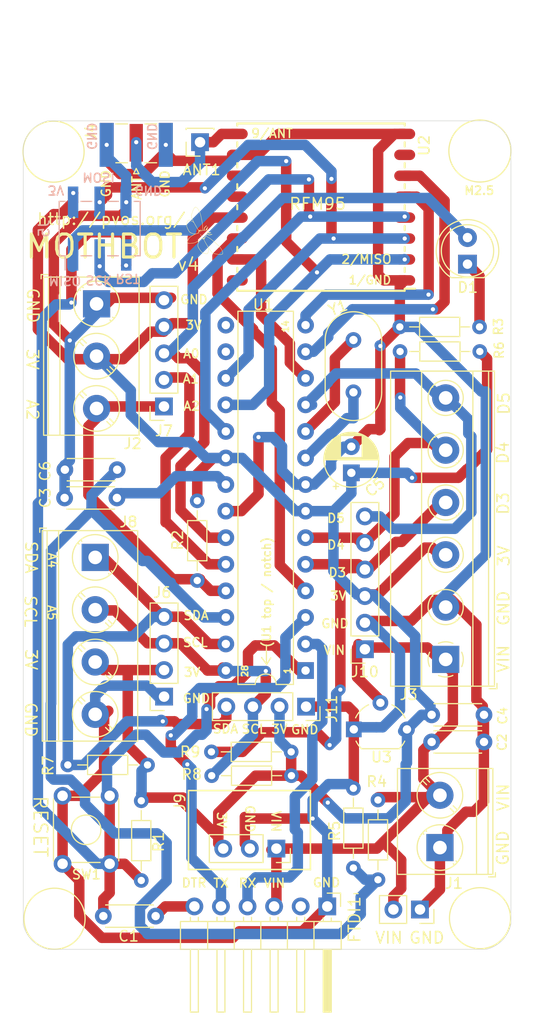
<source format=kicad_pcb>
(kicad_pcb (version 20171130) (host pcbnew 5.1.6-c6e7f7d~87~ubuntu18.04.1)
  (layers (0 F.Cu signal) (31 B.Cu signal) (34 B.Paste user) (35 F.Paste user) (36 B.SilkS user) (37 F.SilkS user) (38 B.Mask user) (39 F.Mask user) (44 Edge.Cuts user))
  (net 0 "")
  (net 1 "Net-(AT1-Pad1)")
  (net 2 "Net-(C1-Pad2)")
  (net 3 RST)
  (net 4 GND)
  (net 5 VIN)
  (net 6 "Net-(C3-Pad1)")
  (net 7 VCC)
  (net 8 A3)
  (net 9 D5)
  (net 10 "Net-(D1-Pad1)")
  (net 11 TX0)
  (net 12 RX0)
  (net 13 A0)
  (net 14 D4)
  (net 15 D3)
  (net 16 MOSI)
  (net 17 SCK)
  (net 18 MISO)
  (net 19 A4)
  (net 20 A5)
  (net 21 A1)
  (net 22 A2)
  (net 23 D8)
  (net 24 D7)
  (net 25 D6)
  (net 26 "Net-(U1-Pad10)")
  (net 27 "Net-(U1-Pad9)")
  (net 28 D2)
  (module footprints:moth4 (layer F.Cu) (at -114.65 9.33 300)
    (fp_text reference G*** hide)
    (fp_text value LOGO hide)
  )
  (module Connector_PinSocket_2.54mm:PinSocket_1x02_P2.54mm_Vertical (layer F.Cu) (at -93.566 73.719 270)
    (fp_text reference J12 hide)
    (fp_text value Conn_01x02_Female)
    (pad 2 thru_hole oval (at 0 2.54 270) (size 1.7 1.7) (drill 1) (layers *.Cu *.Mask) (net 5 VIN))
    (pad 1 thru_hole rect (at 0 0 270) (size 1.7 1.7) (drill 1) (layers *.Cu *.Mask) (net 4 GND))
  )
  (module Connector_PinSocket_2.54mm:PinSocket_1x04_P2.54mm_Vertical (layer F.Cu) (at -104.45 54.325 270)
    (fp_text reference J11 (at 0.205 -2.45 270) (layer F.SilkS))
    (fp_text value Conn_01x04_Female)
    (pad 1 thru_hole rect (at 0 0 270) (size 1.7 1.7) (drill 1) (layers *.Cu *.Mask) (net 4 GND))
    (pad 2 thru_hole oval (at 0 2.54 270) (size 1.7 1.7) (drill 1) (layers *.Cu *.Mask) (net 7 VCC))
    (pad 3 thru_hole oval (at 0 5.08 270) (size 1.7 1.7) (drill 1) (layers *.Cu *.Mask) (net 20 A5))
    (pad 4 thru_hole oval (at 0 7.62 270) (size 1.7 1.7) (drill 1) (layers *.Cu *.Mask) (net 19 A4))
  )
  (module Connector_PinSocket_2.54mm:PinSocket_1x06_P2.54mm_Vertical (layer F.Cu) (at -98.83 48.84 180)
    (fp_text reference J10 (at 0.005 -2.16) (layer F.SilkS))
    (fp_text value Conn_01x06_Female)
    (pad 6 thru_hole oval (at 0 12.7 180) (size 1.7 1.7) (drill 1) (layers *.Cu *.Mask) (net 9 D5))
    (pad 5 thru_hole oval (at 0 10.16 180) (size 1.7 1.7) (drill 1) (layers *.Cu *.Mask) (net 14 D4))
    (pad 4 thru_hole oval (at 0 7.62 180) (size 1.7 1.7) (drill 1) (layers *.Cu *.Mask) (net 15 D3))
    (pad 3 thru_hole oval (at 0 5.08 180) (size 1.7 1.7) (drill 1) (layers *.Cu *.Mask) (net 7 VCC))
    (pad 2 thru_hole oval (at 0 2.54 180) (size 1.7 1.7) (drill 1) (layers *.Cu *.Mask) (net 4 GND))
    (pad 1 thru_hole rect (at 0 0 180) (size 1.7 1.7) (drill 1) (layers *.Cu *.Mask) (net 5 VIN))
  )
  (module TerminalBlock_Phoenix:TerminalBlock_Phoenix_MKDS-1,5-6_1x06_P5.00mm_Horizontal (layer F.Cu) (at -91.11 49.81 90)
    (fp_text reference J3 (at -3.37 -3.54 180) (layer F.SilkS))
    (fp_text value Screw_Terminal_01x06)
    (pad 6 thru_hole circle (at 25 0 90) (size 2.6 2.6) (drill 1.3) (layers *.Cu *.Mask) (net 9 D5))
    (pad 5 thru_hole circle (at 20 0 90) (size 2.6 2.6) (drill 1.3) (layers *.Cu *.Mask) (net 14 D4))
    (pad 4 thru_hole circle (at 15 0 90) (size 2.6 2.6) (drill 1.3) (layers *.Cu *.Mask) (net 15 D3))
    (pad 3 thru_hole circle (at 10 0 90) (size 2.6 2.6) (drill 1.3) (layers *.Cu *.Mask) (net 7 VCC))
    (pad 2 thru_hole circle (at 5 0 90) (size 2.6 2.6) (drill 1.3) (layers *.Cu *.Mask) (net 4 GND))
    (pad 1 thru_hole rect (at 0 0 90) (size 2.6 2.6) (drill 1.3) (layers *.Cu *.Mask) (net 5 VIN))
  )
  (module Crystal:Resonator-2Pin_W10.0mm_H5.0mm (layer F.Cu) (at -99.925 24.275 90)
    (fp_text reference Y1 (at 8.075 -1.475 20) (layer F.SilkS))
    (fp_text value Crystal)
    (pad 2 thru_hole circle (at 5 0 90) (size 1.5 1.5) (drill 0.8) (layers *.Cu *.Mask) (net 26 "Net-(U1-Pad10)"))
    (pad 1 thru_hole circle (at 0 0 90) (size 1.5 1.5) (drill 0.8) (layers *.Cu *.Mask) (net 27 "Net-(U1-Pad9)"))
  )
  (module Connector_PinSocket_2.54mm:PinSocket_1x05_P2.54mm_Vertical (layer F.Cu) (at -118.03 25.63 180)
    (fp_text reference J7 (at 0 -2.33) (layer F.SilkS))
    (fp_text value Conn_01x05_Female)
    (pad 5 thru_hole oval (at 0 10.16 180) (size 1.7 1.7) (drill 1) (layers *.Cu *.Mask) (net 4 GND))
    (pad 4 thru_hole oval (at 0 7.62 180) (size 1.7 1.7) (drill 1) (layers *.Cu *.Mask) (net 7 VCC))
    (pad 3 thru_hole oval (at 0 5.08 180) (size 1.7 1.7) (drill 1) (layers *.Cu *.Mask) (net 13 A0))
    (pad 2 thru_hole oval (at 0 2.54 180) (size 1.7 1.7) (drill 1) (layers *.Cu *.Mask) (net 21 A1))
    (pad 1 thru_hole rect (at 0 0 180) (size 1.7 1.7) (drill 1) (layers *.Cu *.Mask) (net 22 A2))
  )
  (module Resistor_THT:R_Axial_DIN0204_L3.6mm_D1.6mm_P7.62mm_Horizontal (layer F.Cu) (at -105.875 58.65 180)
    (fp_text reference R9 (at 9.65 0) (layer F.SilkS))
    (fp_text value 10K)
    (pad 2 thru_hole oval (at 7.62 0 180) (size 1.4 1.4) (drill 0.7) (layers *.Cu *.Mask) (net 15 D3))
    (pad 1 thru_hole circle (at 0 0 180) (size 1.4 1.4) (drill 0.7) (layers *.Cu *.Mask) (net 7 VCC))
  )
  (module Capacitor_THT:C_Disc_D4.3mm_W1.9mm_P5.00mm (layer F.Cu) (at -122.525 34.375 180)
    (fp_text reference C3 (at 6.85 0 270) (layer F.SilkS))
    (fp_text value 0.1u)
    (pad 2 thru_hole circle (at 5 0 180) (size 1.6 1.6) (drill 0.8) (layers *.Cu *.Mask) (net 4 GND))
    (pad 1 thru_hole circle (at 0 0 180) (size 1.6 1.6) (drill 0.8) (layers *.Cu *.Mask) (net 6 "Net-(C3-Pad1)"))
  )
  (module MountingHole:MountingHole_2.7mm_M2.5 (layer F.Cu) (at -87.8 1.225 180)
    (fp_text reference H4 hide)
    (fp_text value MountingHole)
    (pad 1 np_thru_hole circle (at 0 0 180) (size 2.7 2.7) (drill 2.7) (layers *.Cu *.Mask))
  )
  (module MountingHole:MountingHole_2.7mm_M2.5 (layer F.Cu) (at -128.525 74.6 180)
    (fp_text reference H3 hide)
    (fp_text value MountingHole)
    (pad 1 np_thru_hole circle (at 0 0 180) (size 2.7 2.7) (drill 2.7) (layers *.Cu *.Mask))
  )
  (module Resistor_THT:R_Axial_DIN0204_L3.6mm_D1.6mm_P7.62mm_Horizontal (layer F.Cu) (at -105.85 60.925 180)
    (fp_text reference R8 (at 9.525 0.125) (layer F.SilkS))
    (fp_text value R)
    (pad 2 thru_hole oval (at 7.62 0 180) (size 1.4 1.4) (drill 0.7) (layers *.Cu *.Mask) (net 20 A5))
    (pad 1 thru_hole circle (at 0 0 180) (size 1.4 1.4) (drill 0.7) (layers *.Cu *.Mask) (net 7 VCC))
  )
  (module Resistor_THT:R_Axial_DIN0204_L3.6mm_D1.6mm_P7.62mm_Horizontal (layer F.Cu) (at -119.6 59.9 180)
    (fp_text reference R7 (at 9.503 -0.072 90) (layer F.SilkS))
    (fp_text value R)
    (pad 2 thru_hole oval (at 7.62 0 180) (size 1.4 1.4) (drill 0.7) (layers *.Cu *.Mask) (net 19 A4))
    (pad 1 thru_hole circle (at 0 0 180) (size 1.4 1.4) (drill 0.7) (layers *.Cu *.Mask) (net 7 VCC))
  )
  (module Resistor_THT:R_Axial_DIN0204_L3.6mm_D1.6mm_P7.62mm_Horizontal (layer F.Cu) (at -87.875 18.025 180)
    (fp_text reference R6 (at -1.875 -2.225 270) (layer F.SilkS) (effects (font (size 0.85 0.85))))
    (fp_text value 300R)
    (pad 1 thru_hole circle (at 0 0 180) (size 1.4 1.4) (drill 0.7) (layers *.Cu *.Mask) (net 10 "Net-(D1-Pad1)"))
    (pad 2 thru_hole oval (at 7.62 0 180) (size 1.4 1.4) (drill 0.7) (layers *.Cu *.Mask) (net 4 GND))
  )
  (module Resistor_THT:R_Axial_DIN0204_L3.6mm_D1.6mm_P7.62mm_Horizontal (layer F.Cu) (at -99.93 69.75 90)
    (fp_text reference R5 (at 3.54 -1.8 270) (layer F.SilkS))
    (fp_text value 10M)
    (pad 2 thru_hole oval (at 7.62 0 90) (size 1.4 1.4) (drill 0.7) (layers *.Cu *.Mask) (net 4 GND))
    (pad 1 thru_hole circle (at 0 0 90) (size 1.4 1.4) (drill 0.7) (layers *.Cu *.Mask) (net 8 A3))
  )
  (module Resistor_THT:R_Axial_DIN0204_L3.6mm_D1.6mm_P7.62mm_Horizontal (layer F.Cu) (at -97.58 63.25 270)
    (fp_text reference R4 (at -1.757 0.123 180) (layer F.SilkS))
    (fp_text value 10M)
    (pad 2 thru_hole oval (at 7.62 0 270) (size 1.4 1.4) (drill 0.7) (layers *.Cu *.Mask) (net 8 A3))
    (pad 1 thru_hole circle (at 0 0 270) (size 1.4 1.4) (drill 0.7) (layers *.Cu *.Mask) (net 5 VIN))
  )
  (module Resistor_THT:R_Axial_DIN0204_L3.6mm_D1.6mm_P7.62mm_Horizontal (layer F.Cu) (at -87.85 20.375 180)
    (fp_text reference R3 (at -1.775 2.375 90) (layer F.SilkS) (effects (font (size 0.85 0.85))))
    (fp_text value 10K)
    (pad 1 thru_hole circle (at 0 0 180) (size 1.4 1.4) (drill 0.7) (layers *.Cu *.Mask) (net 7 VCC))
    (pad 2 thru_hole oval (at 7.62 0 180) (size 1.4 1.4) (drill 0.7) (layers *.Cu *.Mask) (net 14 D4))
  )
  (module Resistor_THT:R_Axial_DIN0204_L3.6mm_D1.6mm_P7.62mm_Horizontal (layer F.Cu) (at -114.85 34.65 270)
    (fp_text reference R2 (at 3.76 1.87 90) (layer F.SilkS))
    (fp_text value 10K)
    (pad 2 thru_hole oval (at 7.62 0 270) (size 1.4 1.4) (drill 0.7) (layers *.Cu *.Mask) (net 22 A2))
    (pad 1 thru_hole circle (at 0 0 270) (size 1.4 1.4) (drill 0.7) (layers *.Cu *.Mask) (net 7 VCC))
  )
  (module Resistor_THT:R_Axial_DIN0204_L3.6mm_D1.6mm_P7.62mm_Horizontal (layer F.Cu) (at -120.2 63.325 270)
    (fp_text reference R1 (at 3.928 -1.647 90) (layer F.SilkS))
    (fp_text value 10K)
    (pad 2 thru_hole oval (at 7.62 0 270) (size 1.4 1.4) (drill 0.7) (layers *.Cu *.Mask) (net 3 RST))
    (pad 1 thru_hole circle (at 0 0 270) (size 1.4 1.4) (drill 0.7) (layers *.Cu *.Mask) (net 7 VCC))
  )
  (module Capacitor_THT:C_Disc_D4.3mm_W1.9mm_P5.00mm (layer F.Cu) (at -122.5 31.675 180)
    (fp_text reference C6 (at 6.89 -0.125 270) (layer F.SilkS))
    (fp_text value 0.1uF)
    (pad 2 thru_hole circle (at 5 0 180) (size 1.6 1.6) (drill 0.8) (layers *.Cu *.Mask) (net 4 GND))
    (pad 1 thru_hole circle (at 0 0 180) (size 1.6 1.6) (drill 0.8) (layers *.Cu *.Mask) (net 8 A3))
  )
  (module Capacitor_THT:C_Disc_D4.3mm_W1.9mm_P5.00mm (layer F.Cu) (at -92.45 55.11)
    (fp_text reference C4 (at 6.78 0.09 90) (layer F.SilkS) (effects (font (size 0.85 0.85))))
    (fp_text value 0.1u)
    (pad 2 thru_hole circle (at 5 0) (size 1.6 1.6) (drill 0.8) (layers *.Cu *.Mask) (net 4 GND))
    (pad 1 thru_hole circle (at 0 0) (size 1.6 1.6) (drill 0.8) (layers *.Cu *.Mask) (net 7 VCC))
  )
  (module Capacitor_THT:C_Disc_D4.3mm_W1.9mm_P5.00mm (layer F.Cu) (at -92.45 57.7)
    (fp_text reference C2 (at 6.73 0.03 90) (layer F.SilkS) (effects (font (size 0.85 0.85))))
    (fp_text value 0.1u)
    (pad 2 thru_hole circle (at 5 0) (size 1.6 1.6) (drill 0.8) (layers *.Cu *.Mask) (net 4 GND))
    (pad 1 thru_hole circle (at 0 0) (size 1.6 1.6) (drill 0.8) (layers *.Cu *.Mask) (net 5 VIN))
  )
  (module Capacitor_THT:C_Disc_D4.3mm_W1.9mm_P5.00mm (layer F.Cu) (at -123.825 74.35)
    (fp_text reference C1 (at 2.416 1.918) (layer F.SilkS))
    (fp_text value 0.1u)
    (pad 2 thru_hole circle (at 5 0) (size 1.6 1.6) (drill 0.8) (layers *.Cu *.Mask) (net 2 "Net-(C1-Pad2)"))
    (pad 1 thru_hole circle (at 0 0) (size 1.6 1.6) (drill 0.8) (layers *.Cu *.Mask) (net 3 RST))
  )
  (module LED_THT:LED_D5.0mm (layer F.Cu) (at -89.025 12.025 90)
    (fp_text reference D1 (at -2.225 0.025) (layer F.SilkS))
    (fp_text value LED)
    (pad 1 thru_hole rect (at 0 0 90) (size 1.8 1.8) (drill 0.9) (layers *.Cu *.Mask) (net 10 "Net-(D1-Pad1)"))
    (pad 2 thru_hole circle (at 2.54 0 90) (size 1.8 1.8) (drill 0.9) (layers *.Cu *.Mask) (net 13 A0))
  )
  (module Package_TO_SOT_THT:TO-92_Wide (layer F.Cu) (at -99.89 56.5)
    (fp_text reference U3 (at 2.65 2.65) (layer F.SilkS))
    (fp_text value MCP1700-3302E_TO92)
    (pad 1 thru_hole rect (at 0 0 90) (size 1.5 1.5) (drill 0.8) (layers *.Cu *.Mask) (net 4 GND))
    (pad 3 thru_hole circle (at 5.08 0 90) (size 1.5 1.5) (drill 0.8) (layers *.Cu *.Mask) (net 7 VCC))
    (pad 2 thru_hole circle (at 2.54 -2.54 90) (size 1.5 1.5) (drill 0.8) (layers *.Cu *.Mask) (net 5 VIN))
  )
  (module footprints:RFM95 (layer F.Cu) (at -95.026 13.575 180)
    (fp_text reference U2 (at -1.866 12.895 270) (layer F.SilkS))
    (fp_text value RFM95W-915S2)
    (pad 16 smd oval (at 16 0 180) (size 2 1) (layers F.Cu F.Paste F.Mask))
    (pad 15 smd oval (at 16 2 180) (size 2 1) (layers F.Cu F.Paste F.Mask) (net 25 D6))
    (pad 14 smd oval (at 16 4 180) (size 2 1) (layers F.Cu F.Paste F.Mask) (net 28 D2))
    (pad 13 smd oval (at 16 6 180) (size 2 1) (layers F.Cu F.Paste F.Mask) (net 7 VCC))
    (pad 12 smd oval (at 16 8 180) (size 2 1) (layers F.Cu F.Paste F.Mask))
    (pad 11 smd oval (at 16 10 180) (size 2 1) (layers F.Cu F.Paste F.Mask))
    (pad 10 smd oval (at 16 12 180) (size 2 1) (layers F.Cu F.Paste F.Mask) (net 4 GND))
    (pad 9 smd oval (at 16 14 180) (size 2 1) (layers F.Cu F.Paste F.Mask) (net 1 "Net-(AT1-Pad1)"))
    (pad 8 smd oval (at 0 14 180) (size 2 1) (layers F.Cu F.Paste F.Mask) (net 4 GND))
    (pad 7 smd oval (at 0 12 180) (size 2 1) (layers F.Cu F.Paste F.Mask))
    (pad 6 smd oval (at 0 10 180) (size 2 1) (layers F.Cu F.Paste F.Mask) (net 24 D7))
    (pad 5 smd oval (at 0 8 180) (size 2 1) (layers F.Cu F.Paste F.Mask) (net 23 D8))
    (pad 4 smd oval (at 0 6 180) (size 2 1) (layers F.Cu F.Paste F.Mask) (net 17 SCK))
    (pad 3 smd oval (at 0 4 180) (size 2 1) (layers F.Cu F.Paste F.Mask) (net 16 MOSI))
    (pad 2 smd oval (at 0 2 180) (size 2 1) (layers F.Cu F.Paste F.Mask) (net 18 MISO))
    (pad 1 smd oval (at 0 0 180) (size 2 1) (layers F.Cu F.Paste F.Mask) (net 4 GND))
  )
  (module Package_DIP:DIP-28_W7.62mm (layer F.Cu) (at -104.5 50.875 180)
    (fp_text reference U1 (at 4.03 34.975) (layer F.SilkS))
    (fp_text value ATmega328P-PU-C)
    (pad 28 thru_hole oval (at 7.62 0 180) (size 1.6 1.6) (drill 0.8) (layers *.Cu *.Mask) (net 20 A5))
    (pad 14 thru_hole oval (at 0 33.02 180) (size 1.6 1.6) (drill 0.8) (layers *.Cu *.Mask) (net 23 D8))
    (pad 27 thru_hole oval (at 7.62 2.54 180) (size 1.6 1.6) (drill 0.8) (layers *.Cu *.Mask) (net 19 A4))
    (pad 13 thru_hole oval (at 0 30.48 180) (size 1.6 1.6) (drill 0.8) (layers *.Cu *.Mask) (net 24 D7))
    (pad 26 thru_hole oval (at 7.62 5.08 180) (size 1.6 1.6) (drill 0.8) (layers *.Cu *.Mask) (net 8 A3))
    (pad 12 thru_hole oval (at 0 27.94 180) (size 1.6 1.6) (drill 0.8) (layers *.Cu *.Mask) (net 25 D6))
    (pad 25 thru_hole oval (at 7.62 7.62 180) (size 1.6 1.6) (drill 0.8) (layers *.Cu *.Mask) (net 22 A2))
    (pad 11 thru_hole oval (at 0 25.4 180) (size 1.6 1.6) (drill 0.8) (layers *.Cu *.Mask) (net 9 D5))
    (pad 24 thru_hole oval (at 7.62 10.16 180) (size 1.6 1.6) (drill 0.8) (layers *.Cu *.Mask) (net 21 A1))
    (pad 10 thru_hole oval (at 0 22.86 180) (size 1.6 1.6) (drill 0.8) (layers *.Cu *.Mask) (net 26 "Net-(U1-Pad10)"))
    (pad 23 thru_hole oval (at 7.62 12.7 180) (size 1.6 1.6) (drill 0.8) (layers *.Cu *.Mask) (net 13 A0))
    (pad 9 thru_hole oval (at 0 20.32 180) (size 1.6 1.6) (drill 0.8) (layers *.Cu *.Mask) (net 27 "Net-(U1-Pad9)"))
    (pad 22 thru_hole oval (at 7.62 15.24 180) (size 1.6 1.6) (drill 0.8) (layers *.Cu *.Mask) (net 4 GND))
    (pad 8 thru_hole oval (at 0 17.78 180) (size 1.6 1.6) (drill 0.8) (layers *.Cu *.Mask) (net 4 GND))
    (pad 21 thru_hole oval (at 7.62 17.78 180) (size 1.6 1.6) (drill 0.8) (layers *.Cu *.Mask) (net 6 "Net-(C3-Pad1)"))
    (pad 7 thru_hole oval (at 0 15.24 180) (size 1.6 1.6) (drill 0.8) (layers *.Cu *.Mask) (net 7 VCC))
    (pad 20 thru_hole oval (at 7.62 20.32 180) (size 1.6 1.6) (drill 0.8) (layers *.Cu *.Mask) (net 7 VCC))
    (pad 6 thru_hole oval (at 0 12.7 180) (size 1.6 1.6) (drill 0.8) (layers *.Cu *.Mask) (net 14 D4))
    (pad 19 thru_hole oval (at 7.62 22.86 180) (size 1.6 1.6) (drill 0.8) (layers *.Cu *.Mask) (net 17 SCK))
    (pad 5 thru_hole oval (at 0 10.16 180) (size 1.6 1.6) (drill 0.8) (layers *.Cu *.Mask) (net 15 D3))
    (pad 18 thru_hole oval (at 7.62 25.4 180) (size 1.6 1.6) (drill 0.8) (layers *.Cu *.Mask) (net 18 MISO))
    (pad 4 thru_hole oval (at 0 7.62 180) (size 1.6 1.6) (drill 0.8) (layers *.Cu *.Mask) (net 28 D2))
    (pad 17 thru_hole oval (at 7.62 27.94 180) (size 1.6 1.6) (drill 0.8) (layers *.Cu *.Mask) (net 16 MOSI))
    (pad 3 thru_hole oval (at 0 5.08 180) (size 1.6 1.6) (drill 0.8) (layers *.Cu *.Mask) (net 11 TX0))
    (pad 16 thru_hole oval (at 7.62 30.48 180) (size 1.6 1.6) (drill 0.8) (layers *.Cu *.Mask))
    (pad 2 thru_hole oval (at 0 2.54 180) (size 1.6 1.6) (drill 0.8) (layers *.Cu *.Mask) (net 12 RX0))
    (pad 15 thru_hole oval (at 7.62 33.02 180) (size 1.6 1.6) (drill 0.8) (layers *.Cu *.Mask))
    (pad 1 thru_hole rect (at 0 0 180) (size 1.6 1.6) (drill 0.8) (layers *.Cu *.Mask) (net 3 RST))
  )
  (module Button_Switch_THT:SW_TH_Tactile_Omron_B3F-10xx (layer F.Cu) (at -123.22 62.851 270)
    (fp_text reference SW1 (at 7.524 2.23 180) (layer F.SilkS) (effects (font (size 0.9 0.9))))
    (fp_text value SW_Push_Dual)
    (pad 1 thru_hole circle (at 0 0 270) (size 1.7 1.7) (drill 1) (layers *.Cu *.Mask) (net 3 RST))
    (pad 2 thru_hole circle (at 6.5 0 270) (size 1.7 1.7) (drill 1) (layers *.Cu *.Mask) (net 3 RST))
    (pad 3 thru_hole circle (at 0 4.5 270) (size 1.7 1.7) (drill 1) (layers *.Cu *.Mask) (net 4 GND))
    (pad 4 thru_hole circle (at 6.5 4.5 270) (size 1.7 1.7) (drill 1) (layers *.Cu *.Mask) (net 4 GND))
  )
  (module Connector_PinSocket_2.54mm:PinSocket_1x03_P2.54mm_Vertical (layer F.Cu) (at -107.286 67.897 270)
    (fp_text reference J9 (at -4.427 9.224 270) (layer F.SilkS))
    (fp_text value Conn_01x03_Female)
    (pad 1 thru_hole rect (at 0 0 270) (size 1.7 1.7) (drill 1) (layers *.Cu *.Mask) (net 5 VIN))
    (pad 2 thru_hole oval (at 0 2.54 270) (size 1.7 1.7) (drill 1) (layers *.Cu *.Mask) (net 4 GND))
    (pad 3 thru_hole oval (at 0 5.08 270) (size 1.7 1.7) (drill 1) (layers *.Cu *.Mask) (net 7 VCC))
  )
  (module TerminalBlock_Phoenix:TerminalBlock_Phoenix_PT-1,5-4-5.0-H_1x04_P5.00mm_Horizontal (layer F.Cu) (at -124.6 40.06 270)
    (fp_text reference J8 (at -3.39 -3.18) (layer F.SilkS))
    (fp_text value Screw_Terminal_01x04)
    (pad 4 thru_hole circle (at 15 0 270) (size 2.6 2.6) (drill 1.3) (layers *.Cu *.Mask) (net 4 GND))
    (pad 3 thru_hole circle (at 10 0 270) (size 2.6 2.6) (drill 1.3) (layers *.Cu *.Mask) (net 7 VCC))
    (pad 2 thru_hole circle (at 5 0 270) (size 2.6 2.6) (drill 1.3) (layers *.Cu *.Mask) (net 20 A5))
    (pad 1 thru_hole rect (at 0 0 270) (size 2.6 2.6) (drill 1.3) (layers *.Cu *.Mask) (net 19 A4))
  )
  (module Connector_PinSocket_2.54mm:PinSocket_1x04_P2.54mm_Vertical (layer F.Cu) (at -118.02 53.37 180)
    (fp_text reference J6 (at 0.16 9.95) (layer F.SilkS))
    (fp_text value Conn_01x04_Female)
    (pad 4 thru_hole oval (at 0 7.62 180) (size 1.7 1.7) (drill 1) (layers *.Cu *.Mask) (net 19 A4))
    (pad 3 thru_hole oval (at 0 5.08 180) (size 1.7 1.7) (drill 1) (layers *.Cu *.Mask) (net 20 A5))
    (pad 2 thru_hole oval (at 0 2.54 180) (size 1.7 1.7) (drill 1) (layers *.Cu *.Mask) (net 7 VCC))
    (pad 1 thru_hole rect (at 0 0 180) (size 1.7 1.7) (drill 1) (layers *.Cu *.Mask) (net 4 GND))
  )
  (module Connector_PinSocket_2.54mm:PinSocket_2x03_P2.54mm_Vertical_SMD (layer B.Cu) (at -124.175 8.625 270)
    (fp_text reference J5 (at 0 5.31 90) (layer B.SilkS) (effects (justify mirror)))
    (fp_text value Conn_02x03_Odd_Even)
    (pad 1 smd rect (at 2.52 2.54 270) (size 3 1) (layers B.Cu B.Paste B.Mask) (net 18 MISO))
    (pad 2 smd rect (at -2.52 2.54 270) (size 3 1) (layers B.Cu B.Paste B.Mask) (net 7 VCC))
    (pad 3 smd rect (at 2.52 0 270) (size 3 1) (layers B.Cu B.Paste B.Mask) (net 17 SCK))
    (pad 4 smd rect (at -2.52 0 270) (size 3 1) (layers B.Cu B.Paste B.Mask) (net 16 MOSI))
    (pad 5 smd rect (at 2.52 -2.54 270) (size 3 1) (layers B.Cu B.Paste B.Mask) (net 3 RST))
    (pad 6 smd rect (at -2.52 -2.54 270) (size 3 1) (layers B.Cu B.Paste B.Mask) (net 4 GND))
  )
  (module Connector_Coaxial:SMA_Samtec_SMA-J-P-X-ST-EM1_EdgeMount (layer F.Cu) (at -120.68 0.621 180)
    (fp_text reference J4 (at 4.31 1.241 90) (layer F.SilkS))
    (fp_text value Conn_Coaxial)
    (pad 1 smd rect (at 0 0.2 180) (size 1.27 3.6) (layers F.Cu F.Paste F.Mask) (net 1 "Net-(AT1-Pad1)"))
    (pad 2 smd rect (at 2.825 0 180) (size 1.35 4.2) (layers F.Cu F.Paste F.Mask) (net 4 GND))
    (pad 2 smd rect (at -2.825 0 180) (size 1.35 4.2) (layers F.Cu F.Paste F.Mask) (net 4 GND))
    (pad 2 smd rect (at 2.825 0 180) (size 1.35 4.2) (layers B.Cu B.Paste B.Mask) (net 4 GND))
    (pad 2 smd rect (at -2.825 0 180) (size 1.35 4.2) (layers B.Cu B.Paste B.Mask) (net 4 GND))
  )
  (module TerminalBlock_Phoenix:TerminalBlock_Phoenix_PT-1,5-3-5.0-H_1x03_P5.00mm_Horizontal (layer F.Cu) (at -124.47 15.82 270)
    (fp_text reference J2 (at 13.365 -3.45 180) (layer F.SilkS))
    (fp_text value Screw_Terminal_01x03)
    (pad 3 thru_hole circle (at 10 0 270) (size 2.6 2.6) (drill 1.3) (layers *.Cu *.Mask) (net 22 A2))
    (pad 2 thru_hole circle (at 5 0 270) (size 2.6 2.6) (drill 1.3) (layers *.Cu *.Mask) (net 7 VCC))
    (pad 1 thru_hole rect (at 0 0 270) (size 2.6 2.6) (drill 1.3) (layers *.Cu *.Mask) (net 4 GND))
  )
  (module TerminalBlock_Phoenix:TerminalBlock_Phoenix_PT-1,5-2-5.0-H_1x02_P5.00mm_Horizontal (layer F.Cu) (at -91.66 67.8 90)
    (fp_text reference J1 (at -3.42 1.34) (layer F.SilkS))
    (fp_text value Screw_Terminal_01x02)
    (pad 1 thru_hole rect (at 0 0 90) (size 2.6 2.6) (drill 1.3) (layers *.Cu *.Mask) (net 4 GND))
    (pad 2 thru_hole circle (at 5 0 90) (size 2.6 2.6) (drill 1.3) (layers *.Cu *.Mask) (net 5 VIN))
  )
  (module MountingHole:MountingHole_2.7mm_M2.5 (layer F.Cu) (at -128.55 1.225 180)
    (fp_text reference H2 hide)
    (fp_text value MountingHole)
    (pad 1 np_thru_hole circle (at 0 0 180) (size 2.7 2.7) (drill 2.7) (layers *.Cu *.Mask))
  )
  (module MountingHole:MountingHole_2.7mm_M2.5 (layer F.Cu) (at -87.8 74.6 180)
    (fp_text reference H1 hide)
    (fp_text value MountingHole)
    (pad 1 np_thru_hole circle (at 0 0 180) (size 2.7 2.7) (drill 2.7) (layers *.Cu *.Mask))
  )
  (module Connector_PinHeader_2.54mm:PinHeader_1x06_P2.54mm_Horizontal (layer F.Cu) (at -102.425 73.425 270)
    (fp_text reference FTDI1 (at 1.251 -2.603 270) (layer F.SilkS) (effects (font (size 1.1 1.1))))
    (fp_text value Conn_01x06_Male)
    (pad 1 thru_hole rect (at 0 0 270) (size 1.7 1.7) (drill 1) (layers *.Cu *.Mask) (net 4 GND))
    (pad 2 thru_hole oval (at 0 2.54 270) (size 1.7 1.7) (drill 1) (layers *.Cu *.Mask))
    (pad 3 thru_hole oval (at 0 5.08 270) (size 1.7 1.7) (drill 1) (layers *.Cu *.Mask) (net 5 VIN))
    (pad 4 thru_hole oval (at 0 7.62 270) (size 1.7 1.7) (drill 1) (layers *.Cu *.Mask) (net 12 RX0))
    (pad 5 thru_hole oval (at 0 10.16 270) (size 1.7 1.7) (drill 1) (layers *.Cu *.Mask) (net 11 TX0))
    (pad 6 thru_hole oval (at 0 12.7 270) (size 1.7 1.7) (drill 1) (layers *.Cu *.Mask) (net 2 "Net-(C1-Pad2)"))
  )
  (module Capacitor_THT:CP_Radial_D5.0mm_P2.50mm (layer F.Cu) (at -100.125 31.975 90)
    (fp_text reference C5 (at -1.385 2.265 220) (layer F.SilkS))
    (fp_text value 10u)
    (pad 1 thru_hole rect (at 0 0 90) (size 1.6 1.6) (drill 0.8) (layers *.Cu *.Mask) (net 7 VCC))
    (pad 2 thru_hole circle (at 2.5 0 90) (size 1.6 1.6) (drill 0.8) (layers *.Cu *.Mask) (net 4 GND))
  )
  (module Connector_PinSocket_2.54mm:PinSocket_1x01_P2.54mm_Vertical (layer F.Cu) (at -114.584 0.367 180)
    (fp_text reference ANT1 (at -0.154 -2.643) (layer F.SilkS))
    (fp_text value Conn_01x01_Female)
    (pad 1 thru_hole rect (at 0 0 180) (size 1.7 1.7) (drill 1) (layers *.Cu *.Mask) (net 1 "Net-(AT1-Pad1)"))
  )
  (gr_text 14 (at -106.41 17.98 90) (layer F.SilkS) (effects (font (size 0.6 0.6))))
  (gr_text 28 (at -110.3 50.92 90) (layer F.SilkS) (effects (font (size 0.6 0.6))))
  (gr_text 1 (at -106.23 50.89 90) (layer F.SilkS) (effects (font (size 0.6 0.6))))
  (gr_text A5 (at -128.73 45.35 270) (layer F.SilkS) (effects (font (size 0.8 0.8))))
  (gr_text A4 (at -128.69 40.35 270) (layer F.SilkS) (effects (font (size 0.8 0.8))))
  (gr_line (start -108.23 50.31) (end -107.83 49.67) (layer F.SilkS) (width 0.12))
  (gr_line (start -108.23 50.27) (end -108.7 49.63) (layer F.SilkS) (width 0.12))
  (gr_line (start -108.24 48.43) (end -108.24 50.23) (layer F.SilkS) (width 0.12))
  (gr_circle (center -87.83 74.55) (end -85.65 76.49) (layer F.SilkS) (width 0.12))
  (gr_circle (center -128.488218 74.6) (end -126.308218 76.54) (layer F.SilkS) (width 0.12))
  (gr_circle (center -128.58 1.27) (end -126.4 3.21) (layer F.SilkS) (width 0.12))
  (gr_circle (center -87.84 1.21) (end -85.5 3.03) (layer F.SilkS) (width 0.12))
  (gr_text "(U1 top / notch)" (at -108.22 43.39 90) (layer F.SilkS) (effects (font (size 0.8 0.8))))
  (gr_text D5 (at -85.55 25.34 90) (layer F.SilkS) (effects (font (size 1.1 1.1))))
  (gr_text GND (at -92.91 76.42) (layer F.SilkS) (effects (font (size 1.1 1.1))))
  (gr_text VIN (at -96.53 76.42) (layer F.SilkS) (effects (font (size 1.1 1.1))))
  (gr_text GND (at -104.575 56.525) (layer F.SilkS) (effects (font (size 0.85 0.85))))
  (gr_text 3V (at -107 56.475) (layer F.SilkS) (effects (font (size 0.85 0.85))))
  (gr_text SCL (at -109.425 56.475) (layer F.SilkS) (effects (font (size 0.85 0.85))))
  (gr_text SDA (at -112.15 56.45) (layer F.SilkS) (effects (font (size 0.85 0.85))))
  (gr_text D5 (at -101.59 36.315) (layer F.SilkS) (effects (font (size 0.85 0.85))))
  (gr_line (start -99.475 72.2) (end -99.875 72.2) (layer F.SilkS) (width 0.12))
  (gr_text SCL (at -130.79 45.22 270) (layer F.SilkS) (effects (font (size 1.1 1.1))))
  (gr_text SDA (at -130.72 40.05 270) (layer F.SilkS) (effects (font (size 1.1 1.1))))
  (gr_text A2 (at -115.39 25.6) (layer F.SilkS) (effects (font (size 0.85 0.85))))
  (gr_text A1 (at -115.46 23) (layer F.SilkS) (effects (font (size 0.85 0.85))))
  (gr_text http://pvos.org/ (at -123.07 7.72) (layer F.SilkS) (effects (font (size 1.1 1.1))))
  (gr_text M2.5 (at -87.9 4.99) (layer F.SilkS) (effects (font (size 0.8 0.8))))
  (gr_text v4 (at -115.71 12.05) (layer F.SilkS) (effects (font (size 1.2 1.2))))
  (gr_text MOTHBOT (at -123.73 10.34) (layer F.SilkS) (effects (font (size 2.2 2.2) (thickness 0.3))))
  (gr_text RST (at -121.5 13.4 180) (layer B.SilkS) (effects (font (size 0.85 0.85)) (justify mirror)))
  (gr_text SCK (at -124.25 13.55 180) (layer B.SilkS) (effects (font (size 0.85 0.85)) (justify mirror)))
  (gr_text GND (at -119.2 -0.175 270) (layer B.SilkS) (effects (font (size 0.85 0.85)) (justify mirror)))
  (gr_text GND (at -124.95 -0.2 270) (layer B.SilkS) (effects (font (size 0.85 0.85)) (justify mirror)))
  (gr_text MISO (at -127.5 13.6 180) (layer B.SilkS) (effects (font (size 0.85 0.85)) (justify mirror)))
  (gr_text 3V (at -128.35 4.95 180) (layer B.SilkS) (effects (font (size 0.85 0.85)) (justify mirror)))
  (gr_text MOSI (at -124.275 3.725 180) (layer B.SilkS) (effects (font (size 0.85 0.85)) (justify mirror)))
  (gr_text GND (at -119.525 4.975 180) (layer B.SilkS) (effects (font (size 0.85 0.85)) (justify mirror)))
  (gr_text ANT (at -120.64 4.73 90) (layer F.SilkS) (effects (font (size 0.85 0.85))))
  (gr_text GND (at -123.56 4.32 90) (layer F.SilkS) (effects (font (size 0.85 0.85))))
  (gr_text GND (at -117.93 4.35 90) (layer F.SilkS) (effects (font (size 0.85 0.85))))
  (gr_text RFM95 (at -103.35 6.26) (layer F.SilkS) (effects (font (size 1.1 1.1))))
  (gr_text 9/ANT (at -107.7 -0.475) (layer F.SilkS) (effects (font (size 0.85 0.85))))
  (gr_text 2/MISO (at -98.675 11.55) (layer F.SilkS) (effects (font (size 0.85 0.85))))
  (gr_text 1/GND (at -98.35 13.55) (layer F.SilkS) (effects (font (size 0.8 0.8))))
  (gr_text A2 (at -130.6 25.95 270) (layer F.SilkS) (effects (font (size 1.1 1.1))))
  (gr_text 3V (at -130.6 21.125 270) (layer F.SilkS) (effects (font (size 1.1 1.1))))
  (gr_text GND (at -130.56 15.98 270) (layer F.SilkS) (effects (font (size 1.1 1.1))))
  (gr_text GND (at -115.17 15.41) (layer F.SilkS) (effects (font (size 0.85 0.85))))
  (gr_text A0 (at -115.42 20.59) (layer F.SilkS) (effects (font (size 0.85 0.85))))
  (gr_text 3V (at -115.2 17.86) (layer F.SilkS) (effects (font (size 0.85 0.85))))
  (gr_text SDA (at -114.96 45.615) (layer F.SilkS) (effects (font (size 0.85 0.85))))
  (gr_text SCL (at -115.035 48.19) (layer F.SilkS) (effects (font (size 0.85 0.85))))
  (gr_text GND (at -114.93 53.54) (layer F.SilkS) (effects (font (size 0.85 0.85))))
  (gr_text 3V (at -115.34 51.04) (layer F.SilkS) (effects (font (size 0.85 0.85))))
  (gr_text D4 (at -101.59 38.865) (layer F.SilkS) (effects (font (size 0.85 0.85))))
  (gr_text D3 (at -101.465 41.515) (layer F.SilkS) (effects (font (size 0.85 0.85))))
  (gr_text 3V (at -101.37 43.74) (layer F.SilkS) (effects (font (size 0.85 0.85))))
  (gr_text GND (at -101.69 46.39) (layer F.SilkS) (effects (font (size 0.85 0.85))))
  (gr_text VIN (at -101.75 48.93) (layer F.SilkS) (effects (font (size 0.85 0.85))))
  (gr_text RESET (at -129.84 65.78 270) (layer F.SilkS) (effects (font (size 1.3 1.3))))
  (gr_text GND (at -130.76 55.59 270) (layer F.SilkS) (effects (font (size 1.1 1.1))))
  (gr_text VIN (at -85.59 49.75 90) (layer F.SilkS) (effects (font (size 1.1 1.1))))
  (gr_text 3V (at -130.73 49.83 270) (layer F.SilkS) (effects (font (size 1.1 1.1))))
  (gr_text D4 (at -85.65 30.06 90) (layer F.SilkS) (effects (font (size 1.1 1.1))))
  (gr_text D3 (at -85.61 34.9 90) (layer F.SilkS) (effects (font (size 1.1 1.1))))
  (gr_text 3V (at -85.56 39.91 90) (layer F.SilkS) (effects (font (size 1.1 1.1))))
  (gr_text GND (at -85.58 44.92 90) (layer F.SilkS) (effects (font (size 1.1 1.1))))
  (gr_text GND (at -85.65 67.84 90) (layer F.SilkS) (effects (font (size 1.1 1.1))))
  (gr_text VIN (at -85.6 63 90) (layer F.SilkS) (effects (font (size 1.1 1.1))))
  (gr_text 3V (at -112.525 65.175 270) (layer F.SilkS) (effects (font (size 0.85 0.85))))
  (gr_text GND (at -109.825 65.05 270) (layer F.SilkS) (effects (font (size 0.85 0.85))))
  (gr_text VIN (at -107.325 65.3 270) (layer F.SilkS) (effects (font (size 0.85 0.85))))
  (gr_text DTR (at -115.15 71.175) (layer F.SilkS) (effects (font (size 0.85 0.85))))
  (gr_text TX (at -112.575 71.2) (layer F.SilkS) (effects (font (size 0.85 0.85))))
  (gr_text RX (at -110.05 71.2) (layer F.SilkS) (effects (font (size 0.85 0.85))))
  (gr_text VIN (at -107.475 71.2) (layer F.SilkS) (effects (font (size 0.85 0.85))))
  (gr_text GND (at -102.5 71.15) (layer F.SilkS) (effects (font (size 0.85 0.85))))
  (gr_arc (start -87.972777 74.450001) (end -87.222778 77.525) (angle -64.45097618) (layer Edge.Cuts) (width 0.05))
  (gr_arc (start -128.400001 74.425001) (end -131.475 75.175) (angle -64.45097618) (layer Edge.Cuts) (width 0.05))
  (gr_arc (start -128.377223 1.399999) (end -129.127222 -1.675) (angle -64.45097618) (layer Edge.Cuts) (width 0.05))
  (gr_arc (start -87.95 1.425) (end -84.875001 0.675001) (angle -64.45097618) (layer Edge.Cuts) (width 0.05))
  (gr_line (start -87.225 77.525) (end -129.05 77.525) (layer Edge.Cuts) (width 0.05))
  (gr_line (start -129.125 -1.675) (end -87.3 -1.675) (layer Edge.Cuts) (width 0.05))
  (gr_line (start -131.475 75.175) (end -131.475 0.75) (layer Edge.Cuts) (width 0.05))
  (gr_line (start -84.875 75.099535) (end -84.875 0.675) (layer Edge.Cuts) (width 0.05))
  (gr_line (start -112.386 69.897) (end -115.686 69.897) (layer F.SilkS) (width 0.15))
  (gr_line (start -104.036 62.347) (end -115.686 62.347) (layer F.SilkS) (width 0.15))
  (gr_line (start -115.686 62.347) (end -115.686 69.897) (layer F.SilkS) (width 0.15))
  (gr_line (start -104.036 69.922) (end -104.036 62.347) (layer F.SilkS) (width 0.15))
  (gr_line (start -112.361 69.897) (end -104.036 69.897) (layer F.SilkS) (width 0.15))
  (segment (start -114.584 0.367) (end -113.314 0.367) (width 1) (layer F.Cu) (net 1))
  (segment (start -112.522 -0.425) (end -111.026 -0.425) (width 1) (layer F.Cu) (net 1))
  (segment (start -113.314 0.367) (end -112.522 -0.425) (width 1) (layer F.Cu) (net 1))
  (via (at -120.68 0.367) (size 0.8) (drill 0.4) (layers F.Cu B.Cu) (net 1))
  (segment (start -120.68 0.421) (end -120.68 0.367) (width 1) (layer F.Cu) (net 1))
  (segment (start -120.68 0.367) (end -120.68 2.653) (width 1) (layer B.Cu) (net 1))
  (segment (start -120.68 2.653) (end -119.156 4.177) (width 1) (layer B.Cu) (net 1))
  (segment (start -119.156 4.177) (end -116.362 4.177) (width 1) (layer B.Cu) (net 1))
  (segment (start -114.584 2.399) (end -114.584 0.367) (width 1) (layer B.Cu) (net 1))
  (segment (start -116.362 4.177) (end -114.584 2.399) (width 1) (layer B.Cu) (net 1))
  (segment (start -115.285 73.265) (end -115.125 73.425) (width 1) (layer F.Cu) (net 2))
  (segment (start -117.9 73.425) (end -118.825 74.35) (width 1) (layer F.Cu) (net 2))
  (segment (start -115.125 73.425) (end -117.9 73.425) (width 1) (layer F.Cu) (net 2))
  (segment (start -104.5 50.875) (end -104.5 50.989) (width 1) (layer F.Cu) (net 3))
  (segment (start -123.22 69.351) (end -123.22 62.851) (width 1) (layer F.Cu) (net 3))
  (segment (start -122.966 69.605) (end -123.22 69.351) (width 1) (layer F.Cu) (net 3))
  (segment (start -124.422081 69.351) (end -130.078 63.695081) (width 1) (layer B.Cu) (net 3))
  (segment (start -123.22 69.351) (end -124.422081 69.351) (width 1) (layer B.Cu) (net 3))
  (segment (start -129.700001 34.533001) (end -129.700001 18.531001) (width 1) (layer B.Cu) (net 3))
  (segment (start -130.078 63.695081) (end -130.078 34.911) (width 1) (layer B.Cu) (net 3))
  (segment (start -130.078 34.911) (end -129.700001 34.533001) (width 1) (layer B.Cu) (net 3))
  (segment (start -129.700001 18.531001) (end -129.700001 17.600001) (width 1) (layer B.Cu) (net 3))
  (via (at -121.65 12.15) (size 0.8) (drill 0.4) (layers F.Cu B.Cu) (net 3))
  (segment (start -123.22 69.351) (end -123.22 72.12) (width 1) (layer F.Cu) (net 3))
  (segment (start -129.700001 17.600001) (end -129.700001 17.250001) (width 1) (layer B.Cu) (net 3))
  (segment (start -129.700001 17.250001) (end -128.325 15.875) (width 1) (layer B.Cu) (net 3))
  (via (at -126.875 15.7) (size 0.8) (drill 0.4) (layers F.Cu B.Cu) (net 3))
  (segment (start -128.325 15.875) (end -127.05 15.875) (width 1) (layer B.Cu) (net 3))
  (segment (start -127.05 15.875) (end -126.875 15.7) (width 1) (layer B.Cu) (net 3))
  (segment (start -121.794 69.351) (end -120.2 70.945) (width 1) (layer F.Cu) (net 3))
  (segment (start -123.22 69.351) (end -121.794 69.351) (width 1) (layer F.Cu) (net 3))
  (segment (start -123.825 72.725) (end -123.22 72.12) (width 1) (layer F.Cu) (net 3))
  (segment (start -123.825 74.35) (end -123.825 72.725) (width 1) (layer F.Cu) (net 3))
  (segment (start -111.375001 52.375001) (end -112.775001 52.375001) (width 1) (layer F.Cu) (net 3))
  (segment (start -112.775001 52.375001) (end -113.620001 53.220001) (width 1) (layer F.Cu) (net 3))
  (segment (start -111.375001 52.375001) (end -110 51) (width 1) (layer F.Cu) (net 3))
  (segment (start -110 51) (end -110 49.175) (width 1) (layer F.Cu) (net 3))
  (segment (start -110 49.175) (end -109.3 48.475) (width 1) (layer F.Cu) (net 3))
  (segment (start -109.3 48.475) (end -107.5 48.475) (width 1) (layer F.Cu) (net 3))
  (segment (start -105.1 50.875) (end -104.5 50.875) (width 1) (layer F.Cu) (net 3))
  (segment (start -107.5 48.475) (end -105.1 50.875) (width 1) (layer F.Cu) (net 3))
  (via (at -113.96 54.56) (size 0.8) (drill 0.4) (layers F.Cu B.Cu) (net 3))
  (segment (start -113.620001 53.220001) (end -113.620001 54.220001) (width 1) (layer F.Cu) (net 3))
  (segment (start -113.620001 54.220001) (end -113.96 54.56) (width 1) (layer F.Cu) (net 3))
  (segment (start -123.474 62.597) (end -123.22 62.851) (width 1) (layer B.Cu) (net 3))
  (segment (start -123.474 59.803) (end -123.474 62.597) (width 1) (layer B.Cu) (net 3))
  (segment (start -119.751 57.009) (end -120.68 57.009) (width 1) (layer B.Cu) (net 3))
  (segment (start -113.96 56.585) (end -114.384 57.009) (width 1) (layer B.Cu) (net 3))
  (segment (start -113.96 54.56) (end -113.96 56.585) (width 1) (layer B.Cu) (net 3))
  (segment (start -116.61 58.71) (end -118.05 58.71) (width 1) (layer B.Cu) (net 3))
  (segment (start -114.384 57.009) (end -114.909 57.009) (width 1) (layer B.Cu) (net 3))
  (segment (start -118.05 58.71) (end -119.751 57.009) (width 1) (layer B.Cu) (net 3))
  (segment (start -120.68 57.009) (end -123.474 59.803) (width 1) (layer B.Cu) (net 3))
  (segment (start -114.909 57.009) (end -116.61 58.71) (width 1) (layer B.Cu) (net 3))
  (segment (start -121.635 12.135) (end -121.65 12.15) (width 1) (layer F.Cu) (net 3))
  (segment (start -122.025 8.975) (end -121.635 9.365) (width 1) (layer F.Cu) (net 3))
  (segment (start -125.225 8.975) (end -122.025 8.975) (width 1) (layer F.Cu) (net 3))
  (segment (start -126.875 15.7) (end -126.875 10.625) (width 1) (layer F.Cu) (net 3))
  (segment (start -121.635 9.365) (end -121.635 12.135) (width 1) (layer F.Cu) (net 3))
  (segment (start -126.875 10.625) (end -125.225 8.975) (width 1) (layer F.Cu) (net 3))
  (segment (start -112.12 35.635) (end -111.574 35.635) (width 1) (layer F.Cu) (net 4))
  (segment (start -117.855 0.621) (end -117.855 0.621) (width 1) (layer F.Cu) (net 4))
  (segment (start -117.855 1.414) (end -117.124 2.145) (width 1) (layer F.Cu) (net 4))
  (segment (start -123.505 0.621) (end -123.505 0.621) (width 1) (layer F.Cu) (net 4))
  (segment (start -123.505 0.621) (end -123.505 2.114) (width 1) (layer F.Cu) (net 4))
  (segment (start -123.505 2.114) (end -122.204 3.415) (width 1) (layer F.Cu) (net 4))
  (segment (start -122.204 3.415) (end -119.978998 3.415) (width 1) (layer F.Cu) (net 4))
  (segment (start -117.855 1.291002) (end -117.855 0.621) (width 1) (layer F.Cu) (net 4))
  (segment (start -119.978998 3.415) (end -117.855 1.291002) (width 1) (layer F.Cu) (net 4))
  (segment (start -97.026 13.575) (end -97.413 13.188) (width 1) (layer F.Cu) (net 4))
  (segment (start -95.026 13.575) (end -97.026 13.575) (width 1) (layer F.Cu) (net 4))
  (segment (start -96.012 -0.425) (end -95.026 -0.425) (width 1) (layer F.Cu) (net 4))
  (segment (start -97.566 1.129) (end -96.012 -0.425) (width 1) (layer F.Cu) (net 4))
  (segment (start -127.72 69.351) (end -127.72 62.851) (width 1) (layer F.Cu) (net 4))
  (segment (start -117.855 0.621) (end -117.855 1.414) (width 1) (layer F.Cu) (net 4))
  (via (at -117.855 0.621) (size 0.8) (drill 0.4) (layers F.Cu B.Cu) (net 4))
  (segment (start -123.505 0.621) (end -123.505 1.098) (width 1) (layer F.Cu) (net 4))
  (via (at -123.505 0.621) (size 0.8) (drill 0.4) (layers F.Cu B.Cu) (net 4))
  (segment (start -102.670998 73.425) (end -102.425 73.425) (width 1) (layer B.Cu) (net 4))
  (via (at -108.996 28.561) (size 0.8) (drill 0.4) (layers F.Cu B.Cu) (net 4))
  (segment (start -109.034 28.561) (end -108.996 28.561) (width 1) (layer B.Cu) (net 4))
  (segment (start -123.505 0.621) (end -123.505 1.16) (width 1) (layer B.Cu) (net 4))
  (segment (start -121.696 7.245) (end -121.696 4.745) (width 1) (layer B.Cu) (net 4))
  (segment (start -97.566 13.035) (end -97.566 1.966) (width 1) (layer F.Cu) (net 4))
  (segment (start -97.566 1.966) (end -97.566 1.129) (width 1) (layer F.Cu) (net 4))
  (segment (start -94.41 46.135) (end -92.4 44.125) (width 1) (layer F.Cu) (net 4))
  (segment (start -121.635 3.605) (end -123.505 1.735) (width 1) (layer B.Cu) (net 4))
  (segment (start -123.505 1.735) (end -123.505 0.621) (width 1) (layer B.Cu) (net 4))
  (segment (start -121.635 6.105) (end -121.635 3.605) (width 1) (layer B.Cu) (net 4))
  (segment (start -128.554 10.019) (end -128.554 14.75693) (width 1) (layer F.Cu) (net 4))
  (segment (start -124.215009 16.500009) (end -123.825 16.11) (width 1) (layer F.Cu) (net 4))
  (segment (start -128.554 14.75693) (end -128.600009 14.802939) (width 1) (layer F.Cu) (net 4))
  (segment (start -128.600009 14.802939) (end -128.600009 16.374991) (width 1) (layer F.Cu) (net 4))
  (segment (start -123.825 16.11) (end -127.03 19.315) (width 1) (layer B.Cu) (net 4))
  (segment (start -127.03 19.315) (end -127.03 30.795) (width 1) (layer B.Cu) (net 4))
  (segment (start -121.635 6.885) (end -121.635 6.105) (width 1) (layer F.Cu) (net 4))
  (segment (start -122.15 7.4) (end -121.635 6.885) (width 1) (layer F.Cu) (net 4))
  (segment (start -125.935 7.4) (end -122.15 7.4) (width 1) (layer F.Cu) (net 4))
  (via (at -121.635 6.105) (size 0.8) (drill 0.4) (layers F.Cu B.Cu) (net 4))
  (segment (start -127.55 31.25) (end -127.525 31.225) (width 1) (layer B.Cu) (net 4))
  (segment (start -112.12 35.635) (end -110.635 35.635) (width 1) (layer F.Cu) (net 4))
  (segment (start -108.996 33.996) (end -108.996 28.561) (width 1) (layer F.Cu) (net 4))
  (segment (start -110.635 35.635) (end -108.996 33.996) (width 1) (layer F.Cu) (net 4))
  (segment (start -108.996 28.561) (end -107.639 28.561) (width 1) (layer B.Cu) (net 4))
  (segment (start -107.639 28.561) (end -106.75 29.45) (width 1) (layer B.Cu) (net 4))
  (segment (start -106.75 29.45) (end -106.75 31.775) (width 1) (layer B.Cu) (net 4))
  (segment (start -105.43 33.095) (end -104.5 33.095) (width 1) (layer B.Cu) (net 4))
  (segment (start -106.75 31.775) (end -105.43 33.095) (width 1) (layer B.Cu) (net 4))
  (segment (start -128.554 10.019) (end -125.935 7.4) (width 1) (layer F.Cu) (net 4))
  (segment (start -122.955 15.24) (end -123.825 16.11) (width 1) (layer F.Cu) (net 4))
  (segment (start -117.35 15.24) (end -122.955 15.24) (width 1) (layer F.Cu) (net 4))
  (segment (start -127.525 31.7) (end -127.5 31.675) (width 1) (layer B.Cu) (net 4))
  (segment (start -127.525 34.375) (end -127.525 31.7) (width 1) (layer B.Cu) (net 4))
  (segment (start -127.5 31.265) (end -127.03 30.795) (width 1) (layer B.Cu) (net 4))
  (segment (start -127.5 31.675) (end -127.5 31.265) (width 1) (layer B.Cu) (net 4))
  (via (at -127.03 19.315) (size 0.8) (drill 0.4) (layers F.Cu B.Cu) (net 4))
  (segment (start -128.600009 16.374991) (end -128.600009 17.744991) (width 1) (layer F.Cu) (net 4))
  (segment (start -128.600009 17.744991) (end -127.03 19.315) (width 1) (layer F.Cu) (net 4))
  (segment (start -110.301 64.876) (end -110.301 67.422) (width 1) (layer F.Cu) (net 4))
  (segment (start -104.805 75.805) (end -102.425 73.425) (width 1) (layer F.Cu) (net 4))
  (segment (start -126.125 70.946) (end -126.125 74.270002) (width 1) (layer F.Cu) (net 4))
  (segment (start -127.72 69.351) (end -126.125 70.946) (width 1) (layer F.Cu) (net 4))
  (segment (start -126.125 74.270002) (end -123.970002 76.425) (width 1) (layer F.Cu) (net 4))
  (segment (start -111.45 76.425) (end -110.83 75.805) (width 1) (layer F.Cu) (net 4))
  (segment (start -123.970002 76.425) (end -111.45 76.425) (width 1) (layer F.Cu) (net 4))
  (segment (start -110.83 75.805) (end -104.805 75.805) (width 1) (layer F.Cu) (net 4))
  (via (at -103.825 65.025) (size 0.8) (drill 0.4) (layers F.Cu B.Cu) (net 4))
  (segment (start -110.152 65.025) (end -110.301 64.876) (width 1) (layer F.Cu) (net 4))
  (segment (start -103.825 65.025) (end -110.152 65.025) (width 1) (layer F.Cu) (net 4))
  (segment (start -88.175 53.68) (end -87.569 54.286) (width 1) (layer F.Cu) (net 4))
  (segment (start -88.175 46.5) (end -88.175 53.68) (width 1) (layer F.Cu) (net 4))
  (segment (start -90.55 44.125) (end -88.175 46.5) (width 1) (layer F.Cu) (net 4))
  (segment (start -104.5 33.095) (end -103.695 33.095) (width 1) (layer B.Cu) (net 4))
  (segment (start -109.826 67.897) (end -110.301 67.422) (width 1) (layer F.Cu) (net 4))
  (segment (start -97.413 13.188) (end -97.566 13.035) (width 1) (layer F.Cu) (net 4))
  (via (at -97.35 19.85) (size 0.8) (drill 0.4) (layers F.Cu B.Cu) (net 4))
  (segment (start -97.413 19.787) (end -97.35 19.85) (width 1) (layer B.Cu) (net 4))
  (segment (start -97.35 27.8) (end -97.45 27.9) (width 1) (layer F.Cu) (net 4))
  (segment (start -97.35 19.85) (end -97.35 26.9) (width 1) (layer F.Cu) (net 4))
  (segment (start -97.35 26.9) (end -97.35 27.8) (width 1) (layer F.Cu) (net 4))
  (segment (start -91.6 44.25) (end -91.475 44.125) (width 1) (layer F.Cu) (net 4))
  (segment (start -91.6 44.85) (end -91.6 44.25) (width 1) (layer F.Cu) (net 4))
  (segment (start -92.4 44.125) (end -91.475 44.125) (width 1) (layer F.Cu) (net 4))
  (segment (start -91.475 44.125) (end -90.55 44.125) (width 1) (layer F.Cu) (net 4))
  (segment (start -97.32 19.85) (end -95.495 18.025) (width 1) (layer F.Cu) (net 4))
  (segment (start -97.35 19.85) (end -97.32 19.85) (width 1) (layer F.Cu) (net 4))
  (segment (start -87.275 39.775) (end -91.65 44.15) (width 1) (layer B.Cu) (net 4))
  (segment (start -87.275 24.2) (end -87.275 39.775) (width 1) (layer B.Cu) (net 4))
  (segment (start -87.7 24.2) (end -87.275 24.2) (width 1) (layer B.Cu) (net 4))
  (segment (start -95.495 18.025) (end -93.875 18.025) (width 1) (layer B.Cu) (net 4))
  (segment (start -93.875 18.025) (end -87.7 24.2) (width 1) (layer B.Cu) (net 4))
  (segment (start -111.596 2.145) (end -111.026 1.575) (width 1) (layer F.Cu) (net 4))
  (segment (start -117.124 2.145) (end -111.596 2.145) (width 1) (layer F.Cu) (net 4))
  (segment (start -111.026 1.575) (end -109.05 1.575) (width 1) (layer F.Cu) (net 4))
  (segment (start -107.05 -0.425) (end -95.026 -0.425) (width 1) (layer F.Cu) (net 4))
  (segment (start -109.05 1.575) (end -107.05 -0.425) (width 1) (layer F.Cu) (net 4))
  (segment (start -127.72 62.851) (end -126.101 62.851) (width 1) (layer F.Cu) (net 4))
  (segment (start -123.75 60.5) (end -123.75 55.125) (width 1) (layer F.Cu) (net 4))
  (segment (start -126.101 62.851) (end -123.75 60.5) (width 1) (layer F.Cu) (net 4))
  (segment (start -88.422 64.375) (end -89.175 64.375) (width 1) (layer F.Cu) (net 4))
  (segment (start -95.495 14.044) (end -95.026 13.575) (width 1) (layer F.Cu) (net 4))
  (segment (start -95.495 18.025) (end -95.495 14.044) (width 1) (layer F.Cu) (net 4))
  (segment (start -100.125 29.475) (end -100.835 29.475) (width 1) (layer B.Cu) (net 4))
  (segment (start -100.835 29.475) (end -102.06 30.7) (width 1) (layer B.Cu) (net 4))
  (segment (start -102.06 31.46) (end -103.695 33.095) (width 1) (layer B.Cu) (net 4))
  (segment (start -102.06 30.7) (end -102.06 31.46) (width 1) (layer B.Cu) (net 4))
  (segment (start -98.45 27.8) (end -100.125 29.475) (width 1) (layer F.Cu) (net 4))
  (segment (start -97.35 27.8) (end -98.45 27.8) (width 1) (layer F.Cu) (net 4))
  (segment (start -124.6 55.06) (end -123.685 55.06) (width 1) (layer F.Cu) (net 4))
  (segment (start -123.685 55.06) (end -123.3525 54.7275) (width 1) (layer F.Cu) (net 4))
  (segment (start -123.3525 54.7275) (end -123.75 55.125) (width 1) (layer F.Cu) (net 4))
  (segment (start -118.04 53.35) (end -118.02 53.37) (width 1) (layer F.Cu) (net 4))
  (segment (start -118.02 53.37) (end -118.59 53.37) (width 1) (layer B.Cu) (net 4))
  (segment (start -118.59 53.37) (end -119.64 52.32) (width 1) (layer B.Cu) (net 4))
  (segment (start -119.64 52.32) (end -123.63 52.32) (width 1) (layer B.Cu) (net 4))
  (segment (start -124.6 53.29) (end -124.6 55.06) (width 1) (layer B.Cu) (net 4))
  (segment (start -123.63 52.32) (end -124.6 53.29) (width 1) (layer B.Cu) (net 4))
  (segment (start -87.459 63.412) (end -88.422 64.375) (width 1) (layer F.Cu) (net 4))
  (segment (start -87.459 57.984) (end -87.459 63.412) (width 1) (layer F.Cu) (net 4))
  (segment (start -87.45 55.11) (end -87.518 55.11) (width 1) (layer F.Cu) (net 4))
  (segment (start -87.518 55.11) (end -87.569 55.059) (width 1) (layer F.Cu) (net 4))
  (segment (start -87.569 57.334) (end -87.569 55.059) (width 1) (layer F.Cu) (net 4))
  (segment (start -87.569 55.059) (end -87.569 54.286) (width 1) (layer F.Cu) (net 4))
  (segment (start -87.45 57.7) (end -87.45 55.11) (width 1) (layer F.Cu) (net 4))
  (segment (start -123.535 15.82) (end -122.955 15.24) (width 1) (layer F.Cu) (net 4))
  (segment (start -124.47 15.82) (end -123.535 15.82) (width 1) (layer F.Cu) (net 4))
  (segment (start -98.665 46.135) (end -98.83 46.3) (width 1) (layer F.Cu) (net 4))
  (segment (start -94.41 46.135) (end -98.665 46.135) (width 1) (layer F.Cu) (net 4))
  (segment (start -97.13 56.3) (end -97.728998 56.3) (width 1) (layer B.Cu) (net 4))
  (segment (start -95.475 54.645) (end -97.13 56.3) (width 1) (layer B.Cu) (net 4))
  (segment (start -98.372919 46.16) (end -95.475 49.057919) (width 1) (layer B.Cu) (net 4))
  (segment (start -97.728998 56.3) (end -99.875 56.3) (width 1) (layer B.Cu) (net 4))
  (segment (start -95.475 49.057919) (end -95.475 54.645) (width 1) (layer B.Cu) (net 4))
  (segment (start -89.175 64.375) (end -90.95 66.15) (width 1) (layer F.Cu) (net 4))
  (segment (start -90.95 67.09) (end -91.66 67.8) (width 1) (layer F.Cu) (net 4))
  (segment (start -90.95 66.15) (end -90.95 67.09) (width 1) (layer F.Cu) (net 4))
  (segment (start -91.66 71.813) (end -93.566 73.719) (width 1) (layer F.Cu) (net 4))
  (segment (start -91.66 67.8) (end -91.66 71.813) (width 1) (layer F.Cu) (net 4))
  (segment (start -104.45 54.325) (end -100.425 54.325) (width 1) (layer F.Cu) (net 4))
  (segment (start -100.425 54.325) (end -99.875 54.875) (width 1) (layer F.Cu) (net 4))
  (segment (start -99.875 56.485) (end -99.89 56.5) (width 1) (layer F.Cu) (net 4))
  (segment (start -99.875 54.875) (end -99.875 56.485) (width 1) (layer F.Cu) (net 4))
  (segment (start -99.89 62.09) (end -99.93 62.13) (width 1) (layer F.Cu) (net 4))
  (segment (start -99.89 56.5) (end -99.89 62.09) (width 1) (layer F.Cu) (net 4))
  (segment (start -100.328 61.732) (end -99.93 62.13) (width 1) (layer B.Cu) (net 4))
  (segment (start -102.30407 61.732) (end -100.328 61.732) (width 1) (layer B.Cu) (net 4))
  (segment (start -103.825 65.025) (end -103.825 63.25293) (width 1) (layer B.Cu) (net 4))
  (segment (start -103.825 63.25293) (end -102.30407 61.732) (width 1) (layer B.Cu) (net 4))
  (segment (start -102.425 66.425) (end -103.825 65.025) (width 1) (layer B.Cu) (net 4))
  (segment (start -102.425 73.425) (end -102.425 66.425) (width 1) (layer B.Cu) (net 4))
  (segment (start -107.686 73.244) (end -107.505 73.425) (width 1) (layer F.Cu) (net 5))
  (segment (start -107.761 73.169) (end -107.505 73.425) (width 1) (layer F.Cu) (net 5))
  (segment (start -99.125 48.675) (end -99.45 48.35) (width 1) (layer F.Cu) (net 5))
  (segment (start -98.425 48.675) (end -99.125 48.675) (width 1) (layer F.Cu) (net 5))
  (segment (start -99.325 48.675) (end -98.425 48.675) (width 1) (layer F.Cu) (net 5))
  (segment (start -107.647 67.897) (end -107.761 68.011) (width 1) (layer F.Cu) (net 5))
  (segment (start -107.286 67.897) (end -107.647 67.897) (width 1) (layer F.Cu) (net 5))
  (segment (start -90.975 49.825) (end -91.65 49.15) (width 1) (layer F.Cu) (net 5))
  (segment (start -99.575 48.7) (end -99.575 51.52) (width 1) (layer F.Cu) (net 5))
  (segment (start -107.505 73.425) (end -107.286 73.206) (width 1) (layer F.Cu) (net 5))
  (segment (start -107.286 67.897) (end -107.286 71.086) (width 1) (layer F.Cu) (net 5))
  (segment (start -107.286 71.086) (end -107.286 73.206) (width 1) (layer F.Cu) (net 5))
  (segment (start -90.425 55.95) (end -92.459 57.984) (width 1) (layer F.Cu) (net 5))
  (segment (start -90.425 51.025) (end -90.425 55.95) (width 1) (layer F.Cu) (net 5))
  (segment (start -91.6 49.85) (end -90.425 51.025) (width 1) (layer F.Cu) (net 5))
  (segment (start -98.425 48.675) (end -92.85 48.675) (width 1) (layer F.Cu) (net 5))
  (segment (start -91.675 49.85) (end -91.6 49.85) (width 1) (layer F.Cu) (net 5))
  (segment (start -92.85 48.675) (end -91.675 49.85) (width 1) (layer F.Cu) (net 5))
  (segment (start -92.459 62.621) (end -92.19 62.89) (width 1) (layer F.Cu) (net 5))
  (segment (start -92.45 57.975) (end -92.459 57.984) (width 1) (layer F.Cu) (net 5))
  (segment (start -92.45 57.7) (end -92.45 57.975) (width 1) (layer F.Cu) (net 5))
  (segment (start -97.35 53.745) (end -97.9575 53.1375) (width 1) (layer F.Cu) (net 5))
  (segment (start -97.35 53.96) (end -97.35 53.745) (width 1) (layer F.Cu) (net 5))
  (segment (start -99.575 51.52) (end -97.9575 53.1375) (width 1) (layer F.Cu) (net 5))
  (segment (start -97.9575 53.1375) (end -97.335 53.76) (width 1) (layer F.Cu) (net 5))
  (segment (start -92.728 61.732) (end -91.66 62.8) (width 1) (layer F.Cu) (net 5))
  (segment (start -91.842 62.982) (end -91.66 62.8) (width 1) (layer F.Cu) (net 5))
  (segment (start -97.547 62.982) (end -91.842 62.982) (width 1) (layer F.Cu) (net 5))
  (segment (start -91.66 62.8) (end -93.24 61.22) (width 1) (layer F.Cu) (net 5))
  (segment (start -93.24 58.49) (end -92.45 57.7) (width 1) (layer F.Cu) (net 5))
  (segment (start -93.24 61.22) (end -93.24 58.49) (width 1) (layer F.Cu) (net 5))
  (segment (start -92.6 62.8) (end -91.66 62.8) (width 1) (layer F.Cu) (net 5))
  (segment (start -107.286 67.897) (end -97.697 67.897) (width 1) (layer F.Cu) (net 5))
  (segment (start -96.106 73.719) (end -96.106 72.456) (width 1) (layer F.Cu) (net 5))
  (segment (start -96.106 72.456) (end -95.36 71.71) (width 1) (layer F.Cu) (net 5))
  (segment (start -95.36 68.98) (end -97.07 67.27) (width 1) (layer F.Cu) (net 5))
  (segment (start -95.36 71.71) (end -95.36 68.98) (width 1) (layer F.Cu) (net 5))
  (segment (start -97.697 67.897) (end -97.07 67.27) (width 1) (layer F.Cu) (net 5))
  (segment (start -97.07 67.27) (end -92.6 62.8) (width 1) (layer F.Cu) (net 5))
  (segment (start -112.12 33.095) (end -112.158 33.133) (width 1) (layer F.Cu) (net 6))
  (segment (start -112.919999 32.295001) (end -112.12 33.095) (width 1) (layer B.Cu) (net 6))
  (segment (start -116.870001 32.295001) (end -112.919999 32.295001) (width 1) (layer B.Cu) (net 6))
  (segment (start -118.5 33.925) (end -116.870001 32.295001) (width 1) (layer B.Cu) (net 6))
  (segment (start -122.525 34.325) (end -122.125 33.925) (width 1) (layer B.Cu) (net 6))
  (segment (start -122.525 34.375) (end -122.525 34.325) (width 1) (layer B.Cu) (net 6))
  (segment (start -122.55 33.925) (end -122.125 33.925) (width 1) (layer B.Cu) (net 6))
  (segment (start -122.125 33.925) (end -118.5 33.925) (width 1) (layer B.Cu) (net 6))
  (segment (start -120.247 63.022) (end -116.216 63.022) (width 1) (layer F.Cu) (net 7))
  (segment (start -104.5 35.635) (end -105.478 35.635) (width 1) (layer B.Cu) (net 7))
  (segment (start -110.558 30.555) (end -112.12 30.555) (width 1) (layer B.Cu) (net 7))
  (segment (start -105.478 35.635) (end -110.558 30.555) (width 1) (layer B.Cu) (net 7))
  (segment (start -127.215 21.11) (end -123.825 21.11) (width 1) (layer F.Cu) (net 7))
  (segment (start -130.078 8.749) (end -130.078 18.247) (width 1) (layer F.Cu) (net 7))
  (segment (start -130.078 18.247) (end -127.215 21.11) (width 1) (layer F.Cu) (net 7))
  (segment (start -128.574 7.245) (end -130.078 8.749) (width 1) (layer F.Cu) (net 7))
  (segment (start -93.1 39.125) (end -92.4 39.125) (width 1) (layer F.Cu) (net 7))
  (segment (start -97.57 43.595) (end -93.1 39.125) (width 1) (layer F.Cu) (net 7))
  (segment (start -104.5 35.635) (end -101.835 35.635) (width 1) (layer B.Cu) (net 7))
  (via (at -126.7 5.225) (size 0.8) (drill 0.4) (layers F.Cu B.Cu) (net 7))
  (segment (start -128.574 7.245) (end -127.855 7.245) (width 1) (layer F.Cu) (net 7))
  (segment (start -127.855 7.245) (end -126.715 6.105) (width 1) (layer F.Cu) (net 7))
  (segment (start -123.825 21.11) (end -121.935 21.11) (width 1) (layer F.Cu) (net 7))
  (segment (start -121.935 21.11) (end -119.305 18.48) (width 1) (layer F.Cu) (net 7))
  (segment (start -113.375 7.575) (end -111.026 7.575) (width 1) (layer F.Cu) (net 7))
  (segment (start -115.275 9.475) (end -113.375 7.575) (width 1) (layer F.Cu) (net 7))
  (segment (start -115.275 17.675) (end -115.275 9.475) (width 1) (layer F.Cu) (net 7))
  (segment (start -113.43 30.555) (end -112.12 30.555) (width 1) (layer F.Cu) (net 7))
  (segment (start -114.85 34.65) (end -114.85 32.075) (width 1) (layer F.Cu) (net 7))
  (segment (start -113.43 30.655) (end -113.43 30.555) (width 1) (layer F.Cu) (net 7))
  (segment (start -114.85 32.075) (end -113.43 30.655) (width 1) (layer F.Cu) (net 7))
  (segment (start -116.216 63.422) (end -116.216 63.022) (width 1) (layer F.Cu) (net 7))
  (segment (start -112.841 66.797) (end -116.216 63.422) (width 1) (layer F.Cu) (net 7))
  (segment (start -112.841 66.797) (end -112.841 64.491) (width 1) (layer F.Cu) (net 7))
  (segment (start -118.05 18.48) (end -117.35 17.78) (width 1) (layer F.Cu) (net 7))
  (segment (start -119.305 18.48) (end -118.05 18.48) (width 1) (layer F.Cu) (net 7))
  (segment (start -115.275 17.675) (end -117.245 17.675) (width 1) (layer F.Cu) (net 7))
  (segment (start -120.172 60.472) (end -119.6 59.9) (width 1) (layer B.Cu) (net 7))
  (segment (start -120.172 62.597) (end -120.172 60.472) (width 1) (layer B.Cu) (net 7))
  (segment (start -126.715 5.24) (end -126.7 5.225) (width 1) (layer F.Cu) (net 7))
  (segment (start -126.715 6.105) (end -126.715 5.24) (width 1) (layer F.Cu) (net 7))
  (segment (start -112.841 67.422) (end -112.366 67.897) (width 1) (layer F.Cu) (net 7))
  (segment (start -112.841 66.797) (end -112.841 67.422) (width 1) (layer F.Cu) (net 7))
  (segment (start -106.99 57.535) (end -106.99 54.325) (width 1) (layer B.Cu) (net 7))
  (segment (start -105.875 58.65) (end -106.99 57.535) (width 1) (layer B.Cu) (net 7))
  (segment (start -109.275 60.925) (end -112.841 64.491) (width 1) (layer F.Cu) (net 7))
  (segment (start -105.85 60.925) (end -109.275 60.925) (width 1) (layer F.Cu) (net 7))
  (segment (start -105.875 60.9) (end -105.85 60.925) (width 1) (layer F.Cu) (net 7))
  (segment (start -105.875 58.65) (end -105.875 60.9) (width 1) (layer F.Cu) (net 7))
  (via (at -102.375 63.5) (size 0.8) (drill 0.4) (layers F.Cu B.Cu) (net 7))
  (segment (start -105.85 60.925) (end -104.95 60.925) (width 1) (layer F.Cu) (net 7))
  (segment (start -104.95 60.925) (end -102.375 63.5) (width 1) (layer F.Cu) (net 7))
  (segment (start -94.795 56.3) (end -94.583 56.3) (width 1) (layer F.Cu) (net 7))
  (segment (start -95.17 56.675) (end -94.795 56.3) (width 1) (layer B.Cu) (net 7))
  (segment (start -92.569 54.286) (end -94.025 52.83) (width 1) (layer B.Cu) (net 7))
  (segment (start -94.025 52.83) (end -94.025 47.575) (width 1) (layer B.Cu) (net 7))
  (segment (start -97.98 43.62) (end -99.575 43.62) (width 1) (layer B.Cu) (net 7))
  (segment (start -94.025 47.575) (end -97.98 43.62) (width 1) (layer B.Cu) (net 7))
  (segment (start -101.835 41.36) (end -101.835 35.635) (width 1) (layer B.Cu) (net 7))
  (segment (start -99.575 43.62) (end -101.835 41.36) (width 1) (layer B.Cu) (net 7))
  (segment (start -120.85 58.65) (end -119.6 59.9) (width 1) (layer F.Cu) (net 7))
  (segment (start -91.675 39.85) (end -92.4 39.125) (width 1) (layer F.Cu) (net 7))
  (segment (start -91.6 39.85) (end -91.675 39.85) (width 1) (layer F.Cu) (net 7))
  (segment (start -87.150001 29.750001) (end -89.05 31.65) (width 1) (layer F.Cu) (net 7))
  (segment (start -87.150001 21.074999) (end -87.150001 29.750001) (width 1) (layer F.Cu) (net 7))
  (segment (start -87.85 20.375) (end -87.150001 21.074999) (width 1) (layer F.Cu) (net 7))
  (segment (start -89.05 31.65) (end -89.1 31.65) (width 1) (layer F.Cu) (net 7))
  (via (at -94.325 32.45) (size 0.8) (drill 0.4) (layers F.Cu B.Cu) (net 7))
  (segment (start -89.9 32.45) (end -94.325 32.45) (width 1) (layer F.Cu) (net 7))
  (segment (start -89.1 31.65) (end -89.9 32.45) (width 1) (layer F.Cu) (net 7))
  (segment (start -100.125 33.925) (end -101.835 35.635) (width 1) (layer B.Cu) (net 7))
  (segment (start -100.125 31.975) (end -100.125 33.925) (width 1) (layer B.Cu) (net 7))
  (segment (start -94.8 31.975) (end -94.325 32.45) (width 1) (layer B.Cu) (net 7))
  (segment (start -100.125 31.975) (end -94.8 31.975) (width 1) (layer B.Cu) (net 7))
  (segment (start -121.2 26.41) (end -121.2 24.09) (width 1) (layer B.Cu) (net 7))
  (segment (start -115.514998 29.035002) (end -118.574998 29.035002) (width 1) (layer B.Cu) (net 7))
  (segment (start -121.2 24.09) (end -124.47 20.82) (width 1) (layer B.Cu) (net 7))
  (segment (start -118.574998 29.035002) (end -121.2 26.41) (width 1) (layer B.Cu) (net 7))
  (segment (start -112.12 30.555) (end -113.995 30.555) (width 1) (layer B.Cu) (net 7))
  (segment (start -113.995 30.555) (end -115.514998 29.035002) (width 1) (layer B.Cu) (net 7))
  (segment (start -123.83 50.83) (end -124.6 50.06) (width 1) (layer F.Cu) (net 7))
  (segment (start -121.49 58.01) (end -120.85 58.65) (width 1) (layer F.Cu) (net 7))
  (segment (start -121.49 50.83) (end -121.49 58.01) (width 1) (layer F.Cu) (net 7))
  (segment (start -121.49 50.83) (end -123.83 50.83) (width 1) (layer F.Cu) (net 7))
  (segment (start -118.02 50.83) (end -121.49 50.83) (width 1) (layer F.Cu) (net 7))
  (segment (start -120.2 62.625) (end -120.172 62.597) (width 1) (layer B.Cu) (net 7))
  (segment (start -120.2 63.325) (end -120.2 62.625) (width 1) (layer B.Cu) (net 7))
  (segment (start -92.569 54.991) (end -92.45 55.11) (width 1) (layer B.Cu) (net 7))
  (segment (start -92.569 54.286) (end -92.569 54.991) (width 1) (layer B.Cu) (net 7))
  (segment (start -98.665 43.595) (end -98.83 43.76) (width 1) (layer F.Cu) (net 7))
  (segment (start -97.57 43.595) (end -98.665 43.595) (width 1) (layer F.Cu) (net 7))
  (segment (start -93.42 55.11) (end -94.81 56.5) (width 1) (layer B.Cu) (net 7))
  (segment (start -92.45 55.11) (end -93.42 55.11) (width 1) (layer B.Cu) (net 7))
  (segment (start -94.81 56.5) (end -94.81 59.71) (width 1) (layer B.Cu) (net 7))
  (segment (start -102.375 63.5) (end -100.87 65.005) (width 1) (layer B.Cu) (net 7))
  (segment (start -100.87 65.005) (end -96.575 65.005) (width 1) (layer B.Cu) (net 7))
  (segment (start -96.575 65.005) (end -94.93 63.36) (width 1) (layer B.Cu) (net 7))
  (segment (start -94.93 59.83) (end -94.81 59.71) (width 1) (layer B.Cu) (net 7))
  (segment (start -94.93 63.36) (end -94.93 59.83) (width 1) (layer B.Cu) (net 7))
  (segment (start -112.12 45.795) (end -114.205 45.795) (width 1) (layer B.Cu) (net 8))
  (segment (start -114.205 45.795) (end -117.375 42.625) (width 1) (layer B.Cu) (net 8))
  (segment (start -117.375 42.625) (end -117.375 42.475) (width 1) (layer B.Cu) (net 8))
  (segment (start -117.375 42.625) (end -119.6 40.4) (width 1) (layer B.Cu) (net 8))
  (segment (start -124.95 34.125) (end -122.5 31.675) (width 1) (layer B.Cu) (net 8))
  (segment (start -124.95 35.53) (end -124.95 34.125) (width 1) (layer B.Cu) (net 8))
  (segment (start -120.08 40.4) (end -124.95 35.53) (width 1) (layer B.Cu) (net 8))
  (segment (start -119.6 40.4) (end -120.08 40.4) (width 1) (layer B.Cu) (net 8))
  (segment (start -101.122 76.059) (end -99.227 74.164) (width 1) (layer B.Cu) (net 8))
  (segment (start -128.569999 61.300001) (end -126.976997 61.300001) (width 1) (layer B.Cu) (net 8))
  (segment (start -117.775 70.975) (end -120.325001 73.525001) (width 1) (layer B.Cu) (net 8))
  (segment (start -128.81 54.03) (end -128.84 54.06) (width 1) (layer B.Cu) (net 8))
  (segment (start -128.84 61.03) (end -128.569999 61.300001) (width 1) (layer B.Cu) (net 8))
  (segment (start -124.95 35.53) (end -128.81 39.39) (width 1) (layer B.Cu) (net 8))
  (segment (start -122.754999 66.445001) (end -118.686001 66.445001) (width 1) (layer B.Cu) (net 8))
  (segment (start -128.81 39.39) (end -128.81 54.03) (width 1) (layer B.Cu) (net 8))
  (segment (start -126.976997 61.300001) (end -125.575 62.701998) (width 1) (layer B.Cu) (net 8))
  (segment (start -119.616 75.984) (end -119.616 76.059) (width 1) (layer B.Cu) (net 8))
  (segment (start -125.575 62.701998) (end -125.575 63.625) (width 1) (layer B.Cu) (net 8))
  (segment (start -128.84 54.06) (end -128.84 61.03) (width 1) (layer B.Cu) (net 8))
  (segment (start -120.325001 75.274999) (end -119.616 75.984) (width 1) (layer B.Cu) (net 8))
  (segment (start -125.575 63.625) (end -122.754999 66.445001) (width 1) (layer B.Cu) (net 8))
  (segment (start -119.616 76.059) (end -101.122 76.059) (width 1) (layer B.Cu) (net 8))
  (segment (start -118.686001 66.445001) (end -117.775 67.356002) (width 1) (layer B.Cu) (net 8))
  (segment (start -120.325001 73.525001) (end -120.325001 75.274999) (width 1) (layer B.Cu) (net 8))
  (segment (start -117.775 67.356002) (end -117.775 70.975) (width 1) (layer B.Cu) (net 8))
  (segment (start -98.81 70.87) (end -99.93 69.75) (width 1) (layer B.Cu) (net 8))
  (segment (start -97.58 70.87) (end -98.81 70.87) (width 1) (layer B.Cu) (net 8))
  (segment (start -99.227 72.517) (end -97.58 70.87) (width 1) (layer B.Cu) (net 8))
  (segment (start -99.227 74.164) (end -99.227 72.517) (width 1) (layer B.Cu) (net 8))
  (segment (start -104.5 25.475) (end -103.875 25.475) (width 1) (layer B.Cu) (net 9))
  (segment (start -104.5 25.475) (end -102.35 23.325) (width 1) (layer B.Cu) (net 9))
  (segment (start -102.35 23.325) (end -102.35 23.25) (width 1) (layer B.Cu) (net 9))
  (segment (start -102.35 23.25) (end -101.575 22.475) (width 1) (layer B.Cu) (net 9))
  (segment (start -93.975 22.475) (end -91.6 24.85) (width 1) (layer B.Cu) (net 9))
  (segment (start -101.575 22.475) (end -93.975 22.475) (width 1) (layer B.Cu) (net 9))
  (segment (start -91.65 24.15) (end -88.95 26.85) (width 1) (layer B.Cu) (net 9))
  (segment (start -90.25 37.325) (end -96.225 37.325) (width 1) (layer B.Cu) (net 9))
  (segment (start -88.95 28.21) (end -88.66 28.5) (width 1) (layer B.Cu) (net 9))
  (segment (start -88.95 26.85) (end -88.95 28.21) (width 1) (layer B.Cu) (net 9))
  (segment (start -88.66 35.735) (end -90.25 37.325) (width 1) (layer B.Cu) (net 9))
  (segment (start -88.66 28.5) (end -88.66 35.735) (width 1) (layer B.Cu) (net 9))
  (segment (start -97.41 36.14) (end -96.225 37.325) (width 1) (layer B.Cu) (net 9))
  (segment (start -98.83 36.14) (end -97.41 36.14) (width 1) (layer B.Cu) (net 9))
  (segment (start -87.875 13.175) (end -89.025 12.025) (width 1) (layer F.Cu) (net 10))
  (segment (start -87.875 18.025) (end -87.875 13.175) (width 1) (layer F.Cu) (net 10))
  (via (at -115.8 59.85) (size 0.8) (drill 0.4) (layers F.Cu B.Cu) (net 11))
  (segment (start -112.585 71.59) (end -112.585 73.425) (width 1) (layer B.Cu) (net 11))
  (segment (start -115.400001 68.774999) (end -112.585 71.59) (width 1) (layer B.Cu) (net 11))
  (segment (start -115.400001 60.249999) (end -115.400001 68.774999) (width 1) (layer B.Cu) (net 11))
  (segment (start -115.8 59.85) (end -115.400001 60.249999) (width 1) (layer B.Cu) (net 11))
  (segment (start -106.425 47.72) (end -104.5 45.795) (width 1) (layer B.Cu) (net 11))
  (segment (start -115.35 53.25) (end -115.325 53.25) (width 1) (layer B.Cu) (net 11))
  (segment (start -106.425 51.75) (end -106.425 47.72) (width 1) (layer B.Cu) (net 11))
  (segment (start -115.375 53.275) (end -115.35 53.25) (width 1) (layer B.Cu) (net 11))
  (segment (start -115.325 53.25) (end -114.625 52.55) (width 1) (layer B.Cu) (net 11))
  (segment (start -107.225 52.55) (end -106.425 51.75) (width 1) (layer B.Cu) (net 11))
  (segment (start -114.625 52.55) (end -107.225 52.55) (width 1) (layer B.Cu) (net 11))
  (segment (start -115.325 53.25) (end -115.325 55.285) (width 1) (layer B.Cu) (net 11))
  (segment (start -115.325 55.285) (end -117.11 57.07) (width 1) (layer B.Cu) (net 11))
  (via (at -117.38 57.07) (size 0.8) (drill 0.4) (layers F.Cu B.Cu) (net 11))
  (segment (start -117.11 57.07) (end -117.38 57.07) (width 1) (layer B.Cu) (net 11))
  (segment (start -117.38 58.27) (end -115.8 59.85) (width 1) (layer F.Cu) (net 11))
  (segment (start -117.38 57.07) (end -117.38 58.27) (width 1) (layer F.Cu) (net 11))
  (segment (start -106.03 70.65) (end -109.275 70.65) (width 1) (layer B.Cu) (net 12))
  (segment (start -105.24 69.86) (end -106.03 70.65) (width 1) (layer B.Cu) (net 12))
  (segment (start -105.525 62.94293) (end -105.525 66.065) (width 1) (layer B.Cu) (net 12))
  (segment (start -105.525 66.065) (end -105.24 66.35) (width 1) (layer B.Cu) (net 12))
  (segment (start -103.85 61.26793) (end -105.525 62.94293) (width 1) (layer B.Cu) (net 12))
  (segment (start -103.36863 48.335) (end -102.899999 48.803631) (width 1) (layer B.Cu) (net 12))
  (segment (start -110.045 71.42) (end -110.045 73.425) (width 1) (layer B.Cu) (net 12))
  (segment (start -109.275 70.65) (end -110.045 71.42) (width 1) (layer B.Cu) (net 12))
  (segment (start -102.899999 48.803631) (end -102.899999 55.735001) (width 1) (layer B.Cu) (net 12))
  (segment (start -103.435002 56.235002) (end -103.85 56.65) (width 1) (layer B.Cu) (net 12))
  (segment (start -103.85 56.65) (end -103.85 61.26793) (width 1) (layer B.Cu) (net 12))
  (segment (start -104.5 48.335) (end -103.36863 48.335) (width 1) (layer B.Cu) (net 12))
  (segment (start -102.899999 55.735001) (end -103.4 56.235002) (width 1) (layer B.Cu) (net 12))
  (segment (start -105.24 66.35) (end -105.24 69.86) (width 1) (layer B.Cu) (net 12))
  (segment (start -103.4 56.235002) (end -103.435002 56.235002) (width 1) (layer B.Cu) (net 12))
  (segment (start -113.8 38.175) (end -116.45 35.525) (width 1) (layer F.Cu) (net 13))
  (segment (start -116.45 35.525) (end -116.45 31.325) (width 1) (layer F.Cu) (net 13))
  (segment (start -114.175 22.5) (end -115.655 21.02) (width 1) (layer F.Cu) (net 13))
  (segment (start -114.175 29.05) (end -114.175 22.5) (width 1) (layer F.Cu) (net 13))
  (segment (start -112.12 38.175) (end -113.8 38.175) (width 1) (layer F.Cu) (net 13))
  (segment (start -116.45 31.325) (end -114.175 29.05) (width 1) (layer F.Cu) (net 13))
  (segment (start -116.65 21.02) (end -117.35 20.32) (width 1) (layer F.Cu) (net 13))
  (segment (start -115.655 21.02) (end -116.65 21.02) (width 1) (layer F.Cu) (net 13))
  (segment (start -115.27601 18.24601) (end -115.27601 14.25101) (width 1) (layer B.Cu) (net 13))
  (segment (start -117.35 20.32) (end -115.27601 18.24601) (width 1) (layer B.Cu) (net 13))
  (segment (start -115.27601 14.25101) (end -110.5 9.475) (width 1) (layer B.Cu) (net 13))
  (segment (start -110.5 9.475) (end -110.5 9.425) (width 1) (layer B.Cu) (net 13))
  (segment (start -110.5 9.475) (end -110.45 9.475) (width 1) (layer B.Cu) (net 13))
  (segment (start -92.81 5.7) (end -89.025 9.485) (width 1) (layer B.Cu) (net 13))
  (segment (start -106.7 5.7) (end -92.81 5.7) (width 1) (layer B.Cu) (net 13))
  (segment (start -110.5 9.475) (end -110.475 9.475) (width 1) (layer B.Cu) (net 13))
  (segment (start -110.475 9.475) (end -106.7 5.7) (width 1) (layer B.Cu) (net 13))
  (segment (start -99.665 38.175) (end -99.325 38.515) (width 1) (layer F.Cu) (net 14))
  (segment (start -104.5 38.175) (end -99.665 38.175) (width 1) (layer F.Cu) (net 14))
  (segment (start -94.7 29.125) (end -92.4 29.125) (width 1) (layer F.Cu) (net 14))
  (segment (start -91.675 29.85) (end -92.4 29.125) (width 1) (layer F.Cu) (net 14))
  (segment (start -91.6 29.85) (end -91.675 29.85) (width 1) (layer F.Cu) (net 14))
  (via (at -95.45 24.775) (size 0.8) (drill 0.4) (layers F.Cu B.Cu) (net 14))
  (segment (start -95.47 20.375) (end -95.47 24.755) (width 1) (layer F.Cu) (net 14))
  (segment (start -95.47 24.755) (end -95.45 24.775) (width 1) (layer F.Cu) (net 14))
  (segment (start -95.45 24.775) (end -95.45 25.8) (width 1) (layer B.Cu) (net 14))
  (segment (start -91.6 29.65) (end -91.6 29.85) (width 1) (layer B.Cu) (net 14))
  (segment (start -95.45 25.8) (end -91.6 29.65) (width 1) (layer B.Cu) (net 14))
  (segment (start -99.335 38.175) (end -98.83 38.68) (width 1) (layer F.Cu) (net 14))
  (segment (start -99.665 38.175) (end -99.335 38.175) (width 1) (layer F.Cu) (net 14))
  (segment (start -96.0025 35.8525) (end -96.0025 30.4275) (width 1) (layer F.Cu) (net 14))
  (segment (start -98.83 38.68) (end -96.0025 35.8525) (width 1) (layer F.Cu) (net 14))
  (segment (start -96.0025 30.4275) (end -94.7 29.125) (width 1) (layer F.Cu) (net 14))
  (segment (start -99.665 40.715) (end -99.325 41.055) (width 1) (layer F.Cu) (net 15))
  (via (at -102.2 58) (size 0.8) (drill 0.4) (layers F.Cu B.Cu) (net 15))
  (segment (start -102.2 58) (end -101.699989 57.499989) (width 1) (layer B.Cu) (net 15))
  (segment (start -99.575 41.08) (end -100.63 41.08) (width 1) (layer F.Cu) (net 15))
  (via (at -101.175 52.7) (size 0.8) (drill 0.4) (layers F.Cu B.Cu) (net 15))
  (segment (start -100.63 41.08) (end -101.175 41.625) (width 1) (layer F.Cu) (net 15))
  (segment (start -101.175 41.625) (end -101.175 52.7) (width 1) (layer F.Cu) (net 15))
  (segment (start -101.574999 57.374999) (end -101.699989 57.499989) (width 1) (layer B.Cu) (net 15))
  (segment (start -101.574999 53.099999) (end -101.574999 57.374999) (width 1) (layer B.Cu) (net 15))
  (segment (start -101.175 52.7) (end -101.574999 53.099999) (width 1) (layer B.Cu) (net 15))
  (segment (start -103.425 56.775) (end -102.2 58) (width 1) (layer F.Cu) (net 15))
  (segment (start -113.495 58.65) (end -110.525 58.65) (width 1) (layer F.Cu) (net 15))
  (segment (start -108.65 56.775) (end -103.425 56.775) (width 1) (layer F.Cu) (net 15))
  (segment (start -110.525 58.65) (end -108.65 56.775) (width 1) (layer F.Cu) (net 15))
  (segment (start -91.6 34.85) (end -91.8 34.85) (width 1) (layer F.Cu) (net 15))
  (segment (start -95.325 38.575) (end -91.6 34.85) (width 1) (layer F.Cu) (net 15))
  (segment (start -98.33 41.055) (end -95.85 38.575) (width 1) (layer F.Cu) (net 15))
  (segment (start -95.85 38.575) (end -95.325 38.575) (width 1) (layer F.Cu) (net 15))
  (segment (start -99.125 41.055) (end -98.33 41.055) (width 1) (layer F.Cu) (net 15))
  (segment (start -104.5 40.715) (end -99.465 40.715) (width 1) (layer F.Cu) (net 15))
  (segment (start -99.465 40.715) (end -99.125 41.055) (width 1) (layer F.Cu) (net 15))
  (via (at -95.026 9.575) (size 0.8) (drill 0.4) (layers F.Cu B.Cu) (net 16))
  (segment (start -109.942009 20.757009) (end -109.942009 16.379939) (width 1) (layer B.Cu) (net 16))
  (segment (start -109.942009 16.379939) (end -103.13707 9.575) (width 1) (layer B.Cu) (net 16))
  (segment (start -112.12 22.935) (end -109.942009 20.757009) (width 1) (layer B.Cu) (net 16))
  (segment (start -103.13707 9.575) (end -101.82 9.575) (width 1) (layer B.Cu) (net 16))
  (segment (start -101.82 9.575) (end -95.026 9.575) (width 1) (layer B.Cu) (net 16))
  (segment (start -124.236 7.245) (end -124.236 7.225) (width 1) (layer B.Cu) (net 16))
  (via (at -124.175 6.105) (size 0.8) (drill 0.4) (layers F.Cu B.Cu) (net 16))
  (segment (start -123.474 4.685) (end -123.474 5.404) (width 1) (layer F.Cu) (net 16))
  (segment (start -123.474 5.404) (end -124.175 6.105) (width 1) (layer F.Cu) (net 16))
  (via (at -114.125 4.775) (size 0.8) (drill 0.4) (layers F.Cu B.Cu) (net 16))
  (segment (start -123.474 4.685) (end -114.215 4.685) (width 1) (layer F.Cu) (net 16))
  (segment (start -114.215 4.685) (end -114.125 4.775) (width 1) (layer F.Cu) (net 16))
  (segment (start -114.125 4.775) (end -109.975 0.625) (width 1) (layer B.Cu) (net 16))
  (segment (start -109.975 0.625) (end -104.55 0.625) (width 1) (layer B.Cu) (net 16))
  (via (at -102.025 3.875) (size 0.8) (drill 0.4) (layers F.Cu B.Cu) (net 16))
  (segment (start -104.55 0.625) (end -102.025 3.15) (width 1) (layer B.Cu) (net 16))
  (segment (start -102.025 3.15) (end -102.025 3.875) (width 1) (layer B.Cu) (net 16))
  (via (at -101.82 9.575) (size 0.8) (drill 0.4) (layers F.Cu B.Cu) (net 16))
  (segment (start -102.025 3.875) (end -102.025 9.37) (width 1) (layer F.Cu) (net 16))
  (segment (start -102.025 9.37) (end -101.82 9.575) (width 1) (layer F.Cu) (net 16))
  (via (at -95.026 7.479) (size 0.8) (drill 0.4) (layers F.Cu B.Cu) (net 17))
  (segment (start -95.026 7.575) (end -95.026 7.479) (width 1) (layer F.Cu) (net 17))
  (segment (start -114.076 26.059) (end -112.12 28.015) (width 1) (layer B.Cu) (net 17))
  (segment (start -114.076 16.623) (end -114.076 26.059) (width 1) (layer B.Cu) (net 17))
  (segment (start -113.7015 16.2485) (end -114.076 16.623) (width 1) (layer B.Cu) (net 17))
  (via (at -124.175 12.225) (size 0.8) (drill 0.4) (layers F.Cu B.Cu) (net 17))
  (segment (start -124.175 11.145) (end -124.175 12.875) (width 1) (layer B.Cu) (net 17))
  (segment (start -124.175 12.875) (end -123.325 13.725) (width 1) (layer B.Cu) (net 17))
  (segment (start -111.178 13.725) (end -111.039 13.586) (width 1) (layer B.Cu) (net 17))
  (segment (start -104.932 7.479) (end -111.039 13.586) (width 1) (layer B.Cu) (net 17))
  (segment (start -111.039 13.586) (end -113.7015 16.2485) (width 1) (layer B.Cu) (net 17))
  (segment (start -123.325 13.725) (end -119.975 13.725) (width 1) (layer B.Cu) (net 17))
  (segment (start -119.975 13.725) (end -119.15 12.9) (width 1) (layer B.Cu) (net 17))
  (segment (start -119.15 12.9) (end -117 12.9) (width 1) (layer B.Cu) (net 17))
  (via (at -104.175 3.925) (size 0.8) (drill 0.4) (layers F.Cu B.Cu) (net 17))
  (segment (start -117 12.9) (end -108.025 3.925) (width 1) (layer B.Cu) (net 17))
  (segment (start -108.025 3.925) (end -104.175 3.925) (width 1) (layer B.Cu) (net 17))
  (segment (start -104.175 3.925) (end -104.175 7.358) (width 1) (layer F.Cu) (net 17))
  (via (at -104.054 7.479) (size 0.8) (drill 0.4) (layers F.Cu B.Cu) (net 17))
  (segment (start -95.026 7.479) (end -104.054 7.479) (width 1) (layer B.Cu) (net 17))
  (segment (start -104.175 7.358) (end -104.054 7.479) (width 1) (layer F.Cu) (net 17))
  (segment (start -104.054 7.479) (end -104.932 7.479) (width 1) (layer B.Cu) (net 17))
  (via (at -95.026 11.575) (size 0.8) (drill 0.4) (layers F.Cu B.Cu) (net 18))
  (segment (start -95.058 11.543) (end -95.026 11.575) (width 1) (layer B.Cu) (net 18))
  (segment (start -109.542 25.475) (end -112.12 25.475) (width 1) (layer B.Cu) (net 18))
  (segment (start -107.98 23.913) (end -109.542 25.475) (width 1) (layer B.Cu) (net 18))
  (segment (start -107.98 17.385) (end -107.98 23.913) (width 1) (layer B.Cu) (net 18))
  (segment (start -95.026 11.575) (end -102.17 11.575) (width 1) (layer B.Cu) (net 18))
  (segment (start -102.17 11.575) (end -103.408 12.813) (width 1) (layer B.Cu) (net 18))
  (segment (start -103.408 12.813) (end -107.98 17.385) (width 1) (layer B.Cu) (net 18))
  (segment (start -126.776 12.285) (end -126.776 11.564998) (width 1) (layer B.Cu) (net 18))
  (segment (start -126.715 11.145) (end -126.715 9.715) (width 1) (layer B.Cu) (net 18))
  (segment (start -126.715 9.715) (end -125.8 8.8) (width 1) (layer B.Cu) (net 18))
  (segment (start -125.8 8.8) (end -115.9 8.8) (width 1) (layer B.Cu) (net 18))
  (segment (start -115.9 8.8) (end -115.425 8.8) (width 1) (layer B.Cu) (net 18))
  (segment (start -115.9 8.8) (end -115.7 8.8) (width 1) (layer B.Cu) (net 18))
  (segment (start -115.7 8.8) (end -109.075 2.175) (width 1) (layer B.Cu) (net 18))
  (via (at -106.35 2.175) (size 0.8) (drill 0.4) (layers F.Cu B.Cu) (net 18))
  (segment (start -109.075 2.175) (end -106.35 2.175) (width 1) (layer B.Cu) (net 18))
  (via (at -103.408 12.813) (size 0.8) (drill 0.4) (layers F.Cu B.Cu) (net 18))
  (segment (start -106.35 2.175) (end -106.35 9.871) (width 1) (layer F.Cu) (net 18))
  (segment (start -106.35 9.871) (end -103.408 12.813) (width 1) (layer F.Cu) (net 18))
  (segment (start -112.12 48.335) (end -112.773 48.335) (width 1) (layer F.Cu) (net 19))
  (segment (start -112.12 48.335) (end -113.915 48.335) (width 1) (layer F.Cu) (net 19))
  (segment (start -116.345 45.73) (end -117.35 45.73) (width 1) (layer F.Cu) (net 19))
  (segment (start -113.915 48.16) (end -116.345 45.73) (width 1) (layer F.Cu) (net 19))
  (segment (start -118.145 45.73) (end -123.75 40.125) (width 1) (layer F.Cu) (net 19))
  (segment (start -117.35 45.73) (end -118.145 45.73) (width 1) (layer F.Cu) (net 19))
  (segment (start -113.915 48.335) (end -113.915 48.16) (width 1) (layer F.Cu) (net 19))
  (via (at -118.14 55.73) (size 0.8) (drill 0.4) (layers F.Cu B.Cu) (net 19))
  (segment (start -118.35 55.6) (end -118.27 55.6) (width 1) (layer B.Cu) (net 19))
  (segment (start -118.27 55.6) (end -118.14 55.73) (width 1) (layer B.Cu) (net 19))
  (segment (start -117.02293 55.73) (end -116.76293 55.99) (width 1) (layer F.Cu) (net 19))
  (segment (start -118.14 55.73) (end -117.02293 55.73) (width 1) (layer F.Cu) (net 19))
  (segment (start -112.532919 55.99) (end -112.07 55.527081) (width 1) (layer F.Cu) (net 19))
  (segment (start -112.07 55.527081) (end -112.07 54.325) (width 1) (layer F.Cu) (net 19))
  (segment (start -116.76293 55.99) (end -112.532919 55.99) (width 1) (layer F.Cu) (net 19))
  (segment (start -118.14 55.73) (end -121.55 55.73) (width 1) (layer B.Cu) (net 19))
  (segment (start -125.72 59.9) (end -127.22 59.9) (width 1) (layer B.Cu) (net 19))
  (segment (start -121.55 55.73) (end -125.72 59.9) (width 1) (layer B.Cu) (net 19))
  (segment (start -127.22 59.9) (end -127.22 48.4) (width 1) (layer B.Cu) (net 19))
  (segment (start -127.22 48.4) (end -126.43 47.61) (width 1) (layer B.Cu) (net 19))
  (segment (start -126.43 47.61) (end -120.97 47.61) (width 1) (layer B.Cu) (net 19))
  (segment (start -119.11 45.75) (end -118.02 45.75) (width 1) (layer B.Cu) (net 19))
  (segment (start -120.97 47.61) (end -119.11 45.75) (width 1) (layer B.Cu) (net 19))
  (segment (start -112.407 50.588) (end -112.12 50.875) (width 1) (layer F.Cu) (net 20))
  (segment (start -113.875 50.875) (end -112.12 50.875) (width 1) (layer F.Cu) (net 20))
  (segment (start -117.35 48.27) (end -119.58 48.27) (width 1) (layer F.Cu) (net 20))
  (segment (start -122.725 45.125) (end -123.75 45.125) (width 1) (layer F.Cu) (net 20))
  (segment (start -119.58 48.27) (end -122.725 45.125) (width 1) (layer F.Cu) (net 20))
  (segment (start -117.35 48.27) (end -116.455 48.27) (width 1) (layer F.Cu) (net 20))
  (segment (start -113.875 50.85) (end -113.875 50.875) (width 1) (layer F.Cu) (net 20))
  (segment (start -116.455 48.27) (end -113.875 50.85) (width 1) (layer F.Cu) (net 20))
  (segment (start -109.75 54.105) (end -109.53 54.325) (width 1) (layer F.Cu) (net 20))
  (segment (start -109.53 56.985) (end -109.53 54.325) (width 1) (layer B.Cu) (net 20))
  (segment (start -113.47 60.925) (end -109.53 56.985) (width 1) (layer B.Cu) (net 20))
  (via (at -108.3 50.925) (size 0.8) (drill 0.4) (layers F.Cu B.Cu) (net 20))
  (segment (start -112.07 50.925) (end -112.12 50.875) (width 1) (layer B.Cu) (net 20))
  (segment (start -108.3 50.925) (end -112.07 50.925) (width 1) (layer B.Cu) (net 20))
  (segment (start -108.3 53.095) (end -108.3 50.925) (width 1) (layer F.Cu) (net 20))
  (segment (start -109.53 54.325) (end -108.3 53.095) (width 1) (layer F.Cu) (net 20))
  (segment (start -113.34 40.715) (end -113.61 40.715) (width 1) (layer F.Cu) (net 21))
  (segment (start -112.12 40.715) (end -113.34 40.715) (width 1) (layer F.Cu) (net 21))
  (segment (start -116.015 22.86) (end -117.35 22.86) (width 1) (layer F.Cu) (net 21))
  (segment (start -113.757998 40.715) (end -117.772998 36.7) (width 1) (layer F.Cu) (net 21))
  (segment (start -113.34 40.715) (end -113.757998 40.715) (width 1) (layer F.Cu) (net 21))
  (segment (start -117.772998 36.7) (end -117.875 36.7) (width 1) (layer F.Cu) (net 21))
  (segment (start -117.875 36.7) (end -117.875 30.55) (width 1) (layer F.Cu) (net 21))
  (segment (start -115.6 23.275) (end -116.015 22.86) (width 1) (layer F.Cu) (net 21))
  (segment (start -117.875 30.55) (end -115.6 28.275) (width 1) (layer F.Cu) (net 21))
  (segment (start -115.6 28.275) (end -115.6 23.275) (width 1) (layer F.Cu) (net 21))
  (segment (start -125.252 27.537) (end -123.825 26.11) (width 1) (layer F.Cu) (net 22))
  (segment (start -113.565 43.255) (end -114.75 42.07) (width 1) (layer F.Cu) (net 22))
  (segment (start -112.12 43.255) (end -113.565 43.255) (width 1) (layer F.Cu) (net 22))
  (segment (start -125.252 27.537) (end -125.252 34.077) (width 1) (layer F.Cu) (net 22))
  (segment (start -117.184 42.145) (end -114.575 42.145) (width 1) (layer F.Cu) (net 22))
  (segment (start -125.252 34.077) (end -117.184 42.145) (width 1) (layer F.Cu) (net 22))
  (segment (start -124.28 25.63) (end -124.47 25.82) (width 1) (layer F.Cu) (net 22))
  (segment (start -118.03 25.63) (end -124.28 25.63) (width 1) (layer F.Cu) (net 22))
  (segment (start -95.026 5.575) (end -93.882 5.575) (width 1) (layer F.Cu) (net 23))
  (segment (start -93.882 5.575) (end -92.74 6.717) (width 1) (layer F.Cu) (net 23))
  (segment (start -92.74 6.717) (end -92.74 14.845) (width 1) (layer F.Cu) (net 23))
  (via (at -92.75 14.94) (size 0.8) (drill 0.4) (layers F.Cu B.Cu) (net 23))
  (segment (start -92.74 14.845) (end -92.74 14.93) (width 1) (layer F.Cu) (net 23))
  (segment (start -92.74 14.93) (end -92.75 14.94) (width 1) (layer F.Cu) (net 23))
  (segment (start -104.5 16.89) (end -104.5 17.855) (width 1) (layer B.Cu) (net 23))
  (segment (start -92.75 14.94) (end -102.55 14.94) (width 1) (layer B.Cu) (net 23))
  (segment (start -102.55 14.94) (end -104.5 16.89) (width 1) (layer B.Cu) (net 23))
  (segment (start -104.5 20.395) (end -103.745 20.395) (width 1) (layer B.Cu) (net 24))
  (segment (start -103.745 20.395) (end -102.33 18.98) (width 1) (layer B.Cu) (net 24))
  (segment (start -102.33 18.98) (end -102.33 18.65) (width 1) (layer B.Cu) (net 24))
  (via (at -92.33 16.34) (size 0.8) (drill 0.4) (layers F.Cu B.Cu) (net 24))
  (segment (start -102.33 18.65) (end -100.02 16.34) (width 1) (layer B.Cu) (net 24))
  (segment (start -100.02 16.34) (end -92.33 16.34) (width 1) (layer B.Cu) (net 24))
  (segment (start -93.596 3.575) (end -95.026 3.575) (width 1) (layer F.Cu) (net 24))
  (segment (start -91.216 5.955) (end -93.596 3.575) (width 1) (layer F.Cu) (net 24))
  (segment (start -91.216 15.607) (end -91.216 5.955) (width 1) (layer F.Cu) (net 24))
  (segment (start -92.33 16.34) (end -91.949 16.34) (width 1) (layer F.Cu) (net 24))
  (segment (start -91.949 16.34) (end -91.216 15.607) (width 1) (layer F.Cu) (net 24))
  (segment (start -109.026 11.575) (end -108.742 11.859) (width 1) (layer F.Cu) (net 25))
  (segment (start -111.026 11.575) (end -109.026 11.575) (width 1) (layer F.Cu) (net 25))
  (segment (start -108.742 11.859) (end -108.742 16.877) (width 1) (layer F.Cu) (net 25))
  (segment (start -106.000001 21.434999) (end -104.5 22.935) (width 1) (layer F.Cu) (net 25))
  (segment (start -106.000001 19.618999) (end -106.000001 21.434999) (width 1) (layer F.Cu) (net 25))
  (segment (start -108.742 16.877) (end -106.000001 19.618999) (width 1) (layer F.Cu) (net 25))
  (segment (start -104.5 28.015) (end -101.7 25.215) (width 1) (layer F.Cu) (net 26))
  (segment (start -101.7 21.05) (end -99.925 19.275) (width 1) (layer F.Cu) (net 26))
  (segment (start -101.7 25.215) (end -101.7 21.05) (width 1) (layer F.Cu) (net 26))
  (segment (start -104.5 30.555) (end -104.386 30.555) (width 1) (layer F.Cu) (net 27))
  (segment (start -99.925 26.75) (end -99.925 24.275) (width 1) (layer B.Cu) (net 27))
  (segment (start -99.925 26.75) (end -100.55 26.75) (width 1) (layer B.Cu) (net 27))
  (segment (start -100.55 26.75) (end -102.02 28.22) (width 1) (layer B.Cu) (net 27))
  (segment (start -102.165 28.22) (end -104.5 30.555) (width 1) (layer B.Cu) (net 27))
  (segment (start -102.02 28.22) (end -102.165 28.22) (width 1) (layer B.Cu) (net 27))
  (segment (start -106.964 40.791) (end -104.5 43.255) (width 1) (layer F.Cu) (net 28))
  (segment (start -106.964 26.021) (end -106.964 40.791) (width 1) (layer F.Cu) (net 28))
  (segment (start -111.22307 9.575) (end -112.909998 11.261928) (width 1) (layer F.Cu) (net 28))
  (segment (start -112.909998 11.261928) (end -112.909998 14.845) (width 1) (layer F.Cu) (net 28))
  (segment (start -107.726 20.179) (end -107.726 25.259) (width 1) (layer F.Cu) (net 28))
  (segment (start -111.026 9.575) (end -111.22307 9.575) (width 1) (layer F.Cu) (net 28))
  (segment (start -112.909998 14.845) (end -109.504 18.250998) (width 1) (layer F.Cu) (net 28))
  (segment (start -109.504 18.250998) (end -109.504 18.401) (width 1) (layer F.Cu) (net 28))
  (segment (start -107.726 25.259) (end -106.964 26.021) (width 1) (layer F.Cu) (net 28))
  (segment (start -109.504 18.401) (end -107.726 20.179) (width 1) (layer F.Cu) (net 28))
)
</source>
